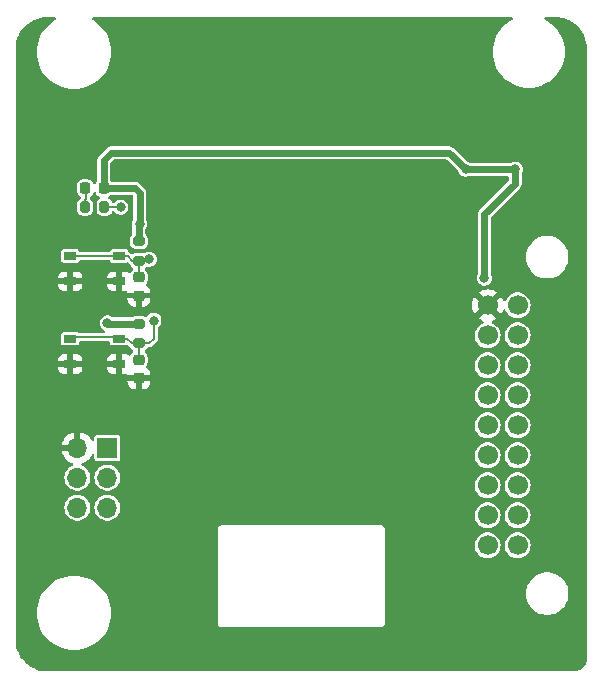
<source format=gbl>
G04 #@! TF.GenerationSoftware,KiCad,Pcbnew,8.0.7*
G04 #@! TF.CreationDate,2025-02-13T09:18:49+05:30*
G04 #@! TF.ProjectId,pico_ov7670_adapter,7069636f-5f6f-4763-9736-37305f616461,Ver 1.0*
G04 #@! TF.SameCoordinates,Original*
G04 #@! TF.FileFunction,Copper,L2,Bot*
G04 #@! TF.FilePolarity,Positive*
%FSLAX46Y46*%
G04 Gerber Fmt 4.6, Leading zero omitted, Abs format (unit mm)*
G04 Created by KiCad (PCBNEW 8.0.7) date 2025-02-13 09:18:49*
%MOMM*%
%LPD*%
G01*
G04 APERTURE LIST*
G04 Aperture macros list*
%AMRoundRect*
0 Rectangle with rounded corners*
0 $1 Rounding radius*
0 $2 $3 $4 $5 $6 $7 $8 $9 X,Y pos of 4 corners*
0 Add a 4 corners polygon primitive as box body*
4,1,4,$2,$3,$4,$5,$6,$7,$8,$9,$2,$3,0*
0 Add four circle primitives for the rounded corners*
1,1,$1+$1,$2,$3*
1,1,$1+$1,$4,$5*
1,1,$1+$1,$6,$7*
1,1,$1+$1,$8,$9*
0 Add four rect primitives between the rounded corners*
20,1,$1+$1,$2,$3,$4,$5,0*
20,1,$1+$1,$4,$5,$6,$7,0*
20,1,$1+$1,$6,$7,$8,$9,0*
20,1,$1+$1,$8,$9,$2,$3,0*%
G04 Aperture macros list end*
G04 #@! TA.AperFunction,ComponentPad*
%ADD10R,1.700000X1.700000*%
G04 #@! TD*
G04 #@! TA.AperFunction,ComponentPad*
%ADD11O,1.700000X1.700000*%
G04 #@! TD*
G04 #@! TA.AperFunction,SMDPad,CuDef*
%ADD12RoundRect,0.200000X-0.275000X0.200000X-0.275000X-0.200000X0.275000X-0.200000X0.275000X0.200000X0*%
G04 #@! TD*
G04 #@! TA.AperFunction,SMDPad,CuDef*
%ADD13RoundRect,0.218750X-0.218750X-0.256250X0.218750X-0.256250X0.218750X0.256250X-0.218750X0.256250X0*%
G04 #@! TD*
G04 #@! TA.AperFunction,SMDPad,CuDef*
%ADD14R,1.050000X0.650000*%
G04 #@! TD*
G04 #@! TA.AperFunction,ComponentPad*
%ADD15C,1.700000*%
G04 #@! TD*
G04 #@! TA.AperFunction,SMDPad,CuDef*
%ADD16RoundRect,0.200000X-0.200000X-0.275000X0.200000X-0.275000X0.200000X0.275000X-0.200000X0.275000X0*%
G04 #@! TD*
G04 #@! TA.AperFunction,SMDPad,CuDef*
%ADD17RoundRect,0.225000X-0.250000X0.225000X-0.250000X-0.225000X0.250000X-0.225000X0.250000X0.225000X0*%
G04 #@! TD*
G04 #@! TA.AperFunction,ViaPad*
%ADD18C,0.800000*%
G04 #@! TD*
G04 #@! TA.AperFunction,Conductor*
%ADD19C,0.200000*%
G04 #@! TD*
G04 #@! TA.AperFunction,Conductor*
%ADD20C,0.600000*%
G04 #@! TD*
G04 APERTURE END LIST*
D10*
X96075000Y-102760000D03*
D11*
X93535000Y-102760000D03*
X96075000Y-105300000D03*
X93535000Y-105300000D03*
X96075000Y-107840000D03*
X93535000Y-107840000D03*
D12*
X98750000Y-85275000D03*
X98750000Y-86925000D03*
D13*
X94212500Y-80777060D03*
X95787500Y-80777060D03*
D14*
X97075000Y-93525000D03*
X92925000Y-93525000D03*
X97075000Y-95675000D03*
X92925000Y-95675000D03*
D15*
X130810000Y-111030000D03*
X130810000Y-108490000D03*
X130810000Y-105950000D03*
X130810000Y-103410000D03*
X130810000Y-100870000D03*
X130810000Y-98330000D03*
X130810000Y-95790000D03*
X130810000Y-93250000D03*
X130810000Y-90710000D03*
X128270000Y-90710000D03*
X128270000Y-93250000D03*
X128270000Y-95790000D03*
X128270000Y-98330000D03*
X128270000Y-100870000D03*
X128270000Y-103410000D03*
X128270000Y-105950000D03*
X128270000Y-108490000D03*
X128270000Y-111030000D03*
D12*
X98750000Y-92275000D03*
X98750000Y-93925000D03*
D14*
X97075000Y-86525000D03*
X92925000Y-86525000D03*
X97075000Y-88675000D03*
X92925000Y-88675000D03*
D16*
X94175000Y-82377060D03*
X95825000Y-82377060D03*
D17*
X98750000Y-88325000D03*
X98750000Y-89875000D03*
X98750000Y-95325000D03*
X98750000Y-96875000D03*
D18*
X100000000Y-92000000D03*
X130600000Y-79200000D03*
X96075000Y-92200000D03*
X98800000Y-83800000D03*
X128000000Y-88400000D03*
X126400000Y-79175000D03*
X134000000Y-91000000D03*
X111000000Y-92000000D03*
X98500000Y-70500000D03*
X108000000Y-75500000D03*
X99000000Y-110500000D03*
X106400000Y-85500000D03*
X98500000Y-98500000D03*
X133000000Y-107500000D03*
X126000000Y-67500000D03*
X125500000Y-116500000D03*
X126000000Y-70500000D03*
X134000000Y-89000000D03*
X91500000Y-98500000D03*
X108500000Y-96000000D03*
X125500000Y-113500000D03*
X132000000Y-76500000D03*
X91500000Y-84500000D03*
X133000000Y-112500000D03*
X94500000Y-75500000D03*
X105500000Y-73000000D03*
X96500000Y-74500000D03*
X99000000Y-112500000D03*
X93200000Y-100200000D03*
X107600000Y-99400000D03*
X118600000Y-85600000D03*
X114000000Y-92000000D03*
X91500000Y-91000000D03*
X93000000Y-111500000D03*
X112000000Y-85500000D03*
X106000000Y-98400000D03*
X110000000Y-97500000D03*
X133000000Y-102500000D03*
X133000000Y-97500000D03*
X94000000Y-91000000D03*
X107500000Y-92000000D03*
X104500000Y-79500000D03*
X133500000Y-82500000D03*
X125400000Y-111200000D03*
X96500000Y-72000000D03*
X132000000Y-74500000D03*
X133000000Y-105000000D03*
X131000000Y-82500000D03*
X99000000Y-118000000D03*
X133000000Y-110000000D03*
X106000000Y-94500000D03*
X105500000Y-74500000D03*
X133000000Y-95000000D03*
X94500000Y-73500000D03*
X98500000Y-68000000D03*
X114000000Y-96000000D03*
X109200000Y-85500000D03*
X94500000Y-77500000D03*
X105000000Y-82000000D03*
X133500000Y-80000000D03*
X97500000Y-116500000D03*
X129400000Y-92000000D03*
X111000000Y-96000000D03*
X134000000Y-93000000D03*
X94500000Y-98500000D03*
X133000000Y-100000000D03*
X128000000Y-116500000D03*
X94000000Y-84500000D03*
X125000000Y-81000000D03*
X100000000Y-73000000D03*
X127000000Y-118000000D03*
X127500000Y-69000000D03*
X99600000Y-86800000D03*
X97200000Y-82400000D03*
D19*
X100000000Y-93550000D02*
X100000000Y-92000000D01*
X92925000Y-93375000D02*
X97075000Y-93375000D01*
X99625000Y-93925000D02*
X100000000Y-93550000D01*
X98750000Y-95325000D02*
X98750000Y-93925000D01*
X98750000Y-93925000D02*
X98175000Y-93925000D01*
X98750000Y-93925000D02*
X99625000Y-93925000D01*
X97775000Y-93525000D02*
X97075000Y-93525000D01*
X98175000Y-93925000D02*
X97775000Y-93525000D01*
D20*
X98750000Y-92275000D02*
X96150000Y-92275000D01*
X128000000Y-83000000D02*
X130600000Y-80400000D01*
X98377060Y-80777060D02*
X95787500Y-80777060D01*
X96150000Y-92275000D02*
X96075000Y-92200000D01*
X98750000Y-83850000D02*
X98800000Y-83800000D01*
X98800000Y-81200000D02*
X98377060Y-80777060D01*
X98750000Y-85275000D02*
X98750000Y-83850000D01*
X125025000Y-77800000D02*
X126400000Y-79175000D01*
X95787500Y-80777060D02*
X95787500Y-78412500D01*
X126425000Y-79200000D02*
X126400000Y-79175000D01*
X98800000Y-83800000D02*
X98800000Y-81200000D01*
X130600000Y-80400000D02*
X130600000Y-79200000D01*
X96400000Y-77800000D02*
X125025000Y-77800000D01*
X95787500Y-78412500D02*
X96400000Y-77800000D01*
X128000000Y-88400000D02*
X128000000Y-83000000D01*
X130600000Y-79200000D02*
X126425000Y-79200000D01*
D19*
X98750000Y-86925000D02*
X98200000Y-86925000D01*
X98750000Y-88325000D02*
X98750000Y-86925000D01*
X97800000Y-86525000D02*
X97075000Y-86525000D01*
X99475000Y-86925000D02*
X99600000Y-86800000D01*
X98750000Y-86925000D02*
X99475000Y-86925000D01*
X98200000Y-86925000D02*
X97800000Y-86525000D01*
X92925000Y-86525000D02*
X97075000Y-86525000D01*
X97177060Y-82377060D02*
X97200000Y-82400000D01*
X95825000Y-82377060D02*
X97177060Y-82377060D01*
X94175000Y-82377060D02*
X94175000Y-81825000D01*
X94287500Y-81712500D02*
X94287500Y-80777060D01*
X94175000Y-81825000D02*
X94287500Y-81712500D01*
G04 #@! TA.AperFunction,Conductor*
G36*
X91670428Y-66320185D02*
G01*
X91716183Y-66372989D01*
X91726127Y-66442147D01*
X91697102Y-66505703D01*
X91663370Y-66533028D01*
X91573887Y-66582483D01*
X91285753Y-66786924D01*
X91022334Y-67022331D01*
X91022331Y-67022334D01*
X90786924Y-67285753D01*
X90582483Y-67573887D01*
X90411589Y-67883095D01*
X90276393Y-68209488D01*
X90178591Y-68548965D01*
X90178589Y-68548974D01*
X90119413Y-68897259D01*
X90119411Y-68897271D01*
X90099603Y-69250000D01*
X90119411Y-69602728D01*
X90119413Y-69602740D01*
X90178589Y-69951025D01*
X90178591Y-69951034D01*
X90276393Y-70290511D01*
X90411589Y-70616904D01*
X90582483Y-70926112D01*
X90786924Y-71214246D01*
X91022331Y-71477665D01*
X91022334Y-71477668D01*
X91285753Y-71713075D01*
X91285759Y-71713079D01*
X91285760Y-71713080D01*
X91573888Y-71917517D01*
X91883094Y-72088410D01*
X92209490Y-72223607D01*
X92548971Y-72321410D01*
X92897267Y-72380588D01*
X93250000Y-72400397D01*
X93602733Y-72380588D01*
X93951029Y-72321410D01*
X94290510Y-72223607D01*
X94616906Y-72088410D01*
X94926112Y-71917517D01*
X95214240Y-71713080D01*
X95477667Y-71477667D01*
X95713080Y-71214240D01*
X95917517Y-70926112D01*
X96088410Y-70616906D01*
X96223607Y-70290510D01*
X96321410Y-69951029D01*
X96380588Y-69602733D01*
X96400397Y-69250000D01*
X96380588Y-68897267D01*
X96321410Y-68548971D01*
X96223607Y-68209490D01*
X96088410Y-67883094D01*
X95917517Y-67573888D01*
X95713080Y-67285760D01*
X95713079Y-67285759D01*
X95713075Y-67285753D01*
X95477668Y-67022334D01*
X95477665Y-67022331D01*
X95214246Y-66786924D01*
X94926112Y-66582483D01*
X94905701Y-66571202D01*
X94836629Y-66533027D01*
X94787477Y-66483371D01*
X94772974Y-66415023D01*
X94797724Y-66349684D01*
X94853871Y-66308099D01*
X94896611Y-66300500D01*
X130303005Y-66300500D01*
X130370044Y-66320185D01*
X130415799Y-66372989D01*
X130425743Y-66442147D01*
X130396718Y-66505703D01*
X130362986Y-66533028D01*
X130125336Y-66664372D01*
X130125331Y-66664375D01*
X129846061Y-66862529D01*
X129846053Y-66862535D01*
X129590719Y-67090716D01*
X129590716Y-67090719D01*
X129362535Y-67346053D01*
X129362529Y-67346061D01*
X129164375Y-67625331D01*
X129164372Y-67625336D01*
X128998722Y-67925057D01*
X128998720Y-67925061D01*
X128867676Y-68241433D01*
X128772877Y-68570486D01*
X128772875Y-68570494D01*
X128715516Y-68908088D01*
X128715514Y-68908100D01*
X128696314Y-69250000D01*
X128715514Y-69591899D01*
X128715516Y-69591911D01*
X128772875Y-69929505D01*
X128772877Y-69929513D01*
X128867676Y-70258566D01*
X128998720Y-70574938D01*
X128998722Y-70574942D01*
X129164372Y-70874663D01*
X129164375Y-70874668D01*
X129362529Y-71153938D01*
X129362535Y-71153946D01*
X129590716Y-71409280D01*
X129590719Y-71409283D01*
X129846053Y-71637464D01*
X129846061Y-71637470D01*
X130125331Y-71835624D01*
X130125336Y-71835627D01*
X130125339Y-71835628D01*
X130125341Y-71835630D01*
X130425055Y-72001276D01*
X130425057Y-72001277D01*
X130425061Y-72001279D01*
X130546301Y-72051497D01*
X130741431Y-72132323D01*
X131070491Y-72227124D01*
X131408096Y-72284485D01*
X131750000Y-72303686D01*
X132091904Y-72284485D01*
X132429509Y-72227124D01*
X132758569Y-72132323D01*
X133074945Y-72001276D01*
X133374659Y-71835630D01*
X133374664Y-71835626D01*
X133374668Y-71835624D01*
X133462703Y-71773159D01*
X133653942Y-71637468D01*
X133909282Y-71409282D01*
X134137468Y-71153942D01*
X134335630Y-70874659D01*
X134501276Y-70574945D01*
X134632323Y-70258569D01*
X134727124Y-69929509D01*
X134784485Y-69591904D01*
X134803686Y-69250000D01*
X134784485Y-68908096D01*
X134727124Y-68570491D01*
X134632323Y-68241431D01*
X134551497Y-68046301D01*
X134501279Y-67925061D01*
X134501277Y-67925057D01*
X134501276Y-67925055D01*
X134335630Y-67625341D01*
X134335628Y-67625339D01*
X134335627Y-67625336D01*
X134335624Y-67625331D01*
X134137470Y-67346061D01*
X134137464Y-67346053D01*
X133909283Y-67090719D01*
X133909280Y-67090716D01*
X133653946Y-66862535D01*
X133653938Y-66862529D01*
X133374668Y-66664375D01*
X133374663Y-66664372D01*
X133137014Y-66533028D01*
X133087861Y-66483371D01*
X133073358Y-66415023D01*
X133098108Y-66349684D01*
X133154255Y-66308099D01*
X133196995Y-66300500D01*
X133952405Y-66300500D01*
X133996519Y-66300500D01*
X134003472Y-66300695D01*
X134295306Y-66317084D01*
X134309103Y-66318638D01*
X134593827Y-66367015D01*
X134607382Y-66370108D01*
X134746141Y-66410084D01*
X134884899Y-66450060D01*
X134898025Y-66454653D01*
X135164841Y-66565172D01*
X135177355Y-66571198D01*
X135345946Y-66664375D01*
X135430125Y-66710899D01*
X135441899Y-66718297D01*
X135677430Y-66885415D01*
X135688302Y-66894085D01*
X135903642Y-67086524D01*
X135913475Y-67096357D01*
X136105914Y-67311697D01*
X136114584Y-67322569D01*
X136281702Y-67558100D01*
X136289100Y-67569874D01*
X136428797Y-67822637D01*
X136434830Y-67835165D01*
X136545346Y-68101975D01*
X136549939Y-68115100D01*
X136629890Y-68392615D01*
X136632984Y-68406172D01*
X136681359Y-68690885D01*
X136682916Y-68704703D01*
X136699305Y-68996527D01*
X136699500Y-69003480D01*
X136699500Y-120495124D01*
X136699118Y-120504853D01*
X136685497Y-120677915D01*
X136682453Y-120697133D01*
X136643070Y-120861176D01*
X136637057Y-120879682D01*
X136572495Y-121035547D01*
X136563661Y-121052884D01*
X136475515Y-121196725D01*
X136464079Y-121212466D01*
X136354513Y-121340753D01*
X136340753Y-121354513D01*
X136212466Y-121464079D01*
X136196725Y-121475515D01*
X136052884Y-121563661D01*
X136035547Y-121572495D01*
X135879682Y-121637057D01*
X135861176Y-121643070D01*
X135697133Y-121682453D01*
X135677915Y-121685497D01*
X135504854Y-121699118D01*
X135495125Y-121699500D01*
X91003481Y-121699500D01*
X90996528Y-121699305D01*
X90704703Y-121682916D01*
X90690885Y-121681359D01*
X90406172Y-121632984D01*
X90392615Y-121629890D01*
X90115100Y-121549939D01*
X90101975Y-121545346D01*
X89835165Y-121434830D01*
X89822637Y-121428797D01*
X89569874Y-121289100D01*
X89558100Y-121281702D01*
X89322569Y-121114584D01*
X89311697Y-121105914D01*
X89096357Y-120913475D01*
X89086524Y-120903642D01*
X88894085Y-120688302D01*
X88885415Y-120677430D01*
X88718297Y-120441899D01*
X88710899Y-120430125D01*
X88571202Y-120177362D01*
X88565172Y-120164841D01*
X88455636Y-119900397D01*
X88454653Y-119898024D01*
X88450060Y-119884899D01*
X88370109Y-119607384D01*
X88367015Y-119593827D01*
X88337059Y-119417517D01*
X88318638Y-119309103D01*
X88317084Y-119295306D01*
X88300695Y-119003472D01*
X88300500Y-118996519D01*
X88300500Y-116750000D01*
X90099603Y-116750000D01*
X90119411Y-117102728D01*
X90119413Y-117102740D01*
X90178589Y-117451025D01*
X90178591Y-117451034D01*
X90276393Y-117790511D01*
X90411589Y-118116904D01*
X90582483Y-118426112D01*
X90786924Y-118714246D01*
X91022331Y-118977665D01*
X91022334Y-118977668D01*
X91285753Y-119213075D01*
X91285759Y-119213079D01*
X91285760Y-119213080D01*
X91573888Y-119417517D01*
X91883094Y-119588410D01*
X92209490Y-119723607D01*
X92548971Y-119821410D01*
X92897267Y-119880588D01*
X93250000Y-119900397D01*
X93602733Y-119880588D01*
X93951029Y-119821410D01*
X94290510Y-119723607D01*
X94616906Y-119588410D01*
X94926112Y-119417517D01*
X95214240Y-119213080D01*
X95477667Y-118977667D01*
X95713080Y-118714240D01*
X95917517Y-118426112D01*
X96088410Y-118116906D01*
X96223607Y-117790510D01*
X96321410Y-117451029D01*
X96380588Y-117102733D01*
X96400397Y-116750000D01*
X96380588Y-116397267D01*
X96321410Y-116048971D01*
X96223607Y-115709490D01*
X96088410Y-115383094D01*
X95917517Y-115073888D01*
X95713080Y-114785760D01*
X95713079Y-114785759D01*
X95713075Y-114785753D01*
X95477668Y-114522334D01*
X95477665Y-114522331D01*
X95214246Y-114286924D01*
X94926112Y-114082483D01*
X94616904Y-113911589D01*
X94290511Y-113776393D01*
X93951034Y-113678591D01*
X93951025Y-113678589D01*
X93602740Y-113619413D01*
X93602728Y-113619411D01*
X93250000Y-113599603D01*
X92897271Y-113619411D01*
X92897259Y-113619413D01*
X92548974Y-113678589D01*
X92548965Y-113678591D01*
X92209488Y-113776393D01*
X91883095Y-113911589D01*
X91573887Y-114082483D01*
X91285753Y-114286924D01*
X91022334Y-114522331D01*
X91022331Y-114522334D01*
X90786924Y-114785753D01*
X90582483Y-115073887D01*
X90411589Y-115383095D01*
X90276393Y-115709488D01*
X90178591Y-116048965D01*
X90178589Y-116048974D01*
X90119413Y-116397259D01*
X90119411Y-116397271D01*
X90099603Y-116750000D01*
X88300500Y-116750000D01*
X88300500Y-109590438D01*
X105449500Y-109590438D01*
X105449500Y-117590438D01*
X105449500Y-117669562D01*
X105463152Y-117720513D01*
X105469979Y-117745990D01*
X105469982Y-117745995D01*
X105509535Y-117814504D01*
X105509539Y-117814509D01*
X105509540Y-117814511D01*
X105565489Y-117870460D01*
X105565491Y-117870461D01*
X105565495Y-117870464D01*
X105634004Y-117910017D01*
X105634011Y-117910021D01*
X105710438Y-117930500D01*
X105710440Y-117930500D01*
X119289560Y-117930500D01*
X119289562Y-117930500D01*
X119365989Y-117910021D01*
X119434511Y-117870460D01*
X119490460Y-117814511D01*
X119530021Y-117745989D01*
X119550500Y-117669562D01*
X119550500Y-115119995D01*
X131504451Y-115119995D01*
X131504451Y-115120004D01*
X131524616Y-115389101D01*
X131584664Y-115652188D01*
X131584666Y-115652195D01*
X131683257Y-115903398D01*
X131818185Y-116137102D01*
X131863359Y-116193748D01*
X131986442Y-116348089D01*
X132173183Y-116521358D01*
X132184259Y-116531635D01*
X132407226Y-116683651D01*
X132650359Y-116800738D01*
X132908228Y-116880280D01*
X132908229Y-116880280D01*
X132908232Y-116880281D01*
X133175063Y-116920499D01*
X133175068Y-116920499D01*
X133175071Y-116920500D01*
X133175072Y-116920500D01*
X133444928Y-116920500D01*
X133444929Y-116920500D01*
X133444936Y-116920499D01*
X133711767Y-116880281D01*
X133711768Y-116880280D01*
X133711772Y-116880280D01*
X133969641Y-116800738D01*
X134212775Y-116683651D01*
X134435741Y-116531635D01*
X134633561Y-116348085D01*
X134801815Y-116137102D01*
X134936743Y-115903398D01*
X135035334Y-115652195D01*
X135095383Y-115389103D01*
X135115549Y-115120000D01*
X135112093Y-115073888D01*
X135095383Y-114850898D01*
X135035335Y-114587811D01*
X135035334Y-114587805D01*
X134936743Y-114336602D01*
X134801815Y-114102898D01*
X134633561Y-113891915D01*
X134633560Y-113891914D01*
X134633557Y-113891910D01*
X134435741Y-113708365D01*
X134212775Y-113556349D01*
X134212769Y-113556346D01*
X134212768Y-113556345D01*
X134212767Y-113556344D01*
X133969643Y-113439263D01*
X133969645Y-113439263D01*
X133711773Y-113359720D01*
X133711767Y-113359718D01*
X133444936Y-113319500D01*
X133444929Y-113319500D01*
X133175071Y-113319500D01*
X133175063Y-113319500D01*
X132908232Y-113359718D01*
X132908226Y-113359720D01*
X132650358Y-113439262D01*
X132407230Y-113556346D01*
X132184258Y-113708365D01*
X131986442Y-113891910D01*
X131818185Y-114102898D01*
X131683258Y-114336599D01*
X131683256Y-114336603D01*
X131584666Y-114587804D01*
X131584664Y-114587811D01*
X131524616Y-114850898D01*
X131504451Y-115119995D01*
X119550500Y-115119995D01*
X119550500Y-111029999D01*
X127164785Y-111029999D01*
X127164785Y-111030000D01*
X127183602Y-111233082D01*
X127239417Y-111429247D01*
X127239422Y-111429260D01*
X127330327Y-111611821D01*
X127453237Y-111774581D01*
X127603958Y-111911980D01*
X127603960Y-111911982D01*
X127703141Y-111973392D01*
X127777363Y-112019348D01*
X127967544Y-112093024D01*
X128168024Y-112130500D01*
X128168026Y-112130500D01*
X128371974Y-112130500D01*
X128371976Y-112130500D01*
X128572456Y-112093024D01*
X128762637Y-112019348D01*
X128936041Y-111911981D01*
X129086764Y-111774579D01*
X129209673Y-111611821D01*
X129300582Y-111429250D01*
X129356397Y-111233083D01*
X129375215Y-111030000D01*
X129375215Y-111029999D01*
X129704785Y-111029999D01*
X129704785Y-111030000D01*
X129723602Y-111233082D01*
X129779417Y-111429247D01*
X129779422Y-111429260D01*
X129870327Y-111611821D01*
X129993237Y-111774581D01*
X130143958Y-111911980D01*
X130143960Y-111911982D01*
X130243141Y-111973392D01*
X130317363Y-112019348D01*
X130507544Y-112093024D01*
X130708024Y-112130500D01*
X130708026Y-112130500D01*
X130911974Y-112130500D01*
X130911976Y-112130500D01*
X131112456Y-112093024D01*
X131302637Y-112019348D01*
X131476041Y-111911981D01*
X131626764Y-111774579D01*
X131749673Y-111611821D01*
X131840582Y-111429250D01*
X131896397Y-111233083D01*
X131915215Y-111030000D01*
X131896397Y-110826917D01*
X131840582Y-110630750D01*
X131749673Y-110448179D01*
X131626764Y-110285421D01*
X131626762Y-110285418D01*
X131476041Y-110148019D01*
X131476039Y-110148017D01*
X131302642Y-110040655D01*
X131302635Y-110040651D01*
X131207546Y-110003814D01*
X131112456Y-109966976D01*
X130911976Y-109929500D01*
X130708024Y-109929500D01*
X130507544Y-109966976D01*
X130507541Y-109966976D01*
X130507541Y-109966977D01*
X130317364Y-110040651D01*
X130317357Y-110040655D01*
X130143960Y-110148017D01*
X130143958Y-110148019D01*
X129993237Y-110285418D01*
X129870327Y-110448178D01*
X129779422Y-110630739D01*
X129779417Y-110630752D01*
X129723602Y-110826917D01*
X129704785Y-111029999D01*
X129375215Y-111029999D01*
X129356397Y-110826917D01*
X129300582Y-110630750D01*
X129209673Y-110448179D01*
X129086764Y-110285421D01*
X129086762Y-110285418D01*
X128936041Y-110148019D01*
X128936039Y-110148017D01*
X128762642Y-110040655D01*
X128762635Y-110040651D01*
X128667546Y-110003814D01*
X128572456Y-109966976D01*
X128371976Y-109929500D01*
X128168024Y-109929500D01*
X127967544Y-109966976D01*
X127967541Y-109966976D01*
X127967541Y-109966977D01*
X127777364Y-110040651D01*
X127777357Y-110040655D01*
X127603960Y-110148017D01*
X127603958Y-110148019D01*
X127453237Y-110285418D01*
X127330327Y-110448178D01*
X127239422Y-110630739D01*
X127239417Y-110630752D01*
X127183602Y-110826917D01*
X127164785Y-111029999D01*
X119550500Y-111029999D01*
X119550500Y-109590438D01*
X119530021Y-109514011D01*
X119530017Y-109514004D01*
X119490464Y-109445495D01*
X119490458Y-109445487D01*
X119434512Y-109389541D01*
X119434504Y-109389535D01*
X119365995Y-109349982D01*
X119365990Y-109349979D01*
X119340513Y-109343152D01*
X119289562Y-109329500D01*
X105789562Y-109329500D01*
X105710438Y-109329500D01*
X105672224Y-109339739D01*
X105634009Y-109349979D01*
X105634004Y-109349982D01*
X105565495Y-109389535D01*
X105565487Y-109389541D01*
X105509541Y-109445487D01*
X105509535Y-109445495D01*
X105469982Y-109514004D01*
X105469979Y-109514009D01*
X105459526Y-109553022D01*
X105449500Y-109590438D01*
X88300500Y-109590438D01*
X88300500Y-107839999D01*
X92429785Y-107839999D01*
X92429785Y-107840000D01*
X92448602Y-108043082D01*
X92504417Y-108239247D01*
X92504422Y-108239260D01*
X92595327Y-108421821D01*
X92718237Y-108584581D01*
X92868958Y-108721980D01*
X92868960Y-108721982D01*
X92968141Y-108783392D01*
X93042363Y-108829348D01*
X93232544Y-108903024D01*
X93433024Y-108940500D01*
X93433026Y-108940500D01*
X93636974Y-108940500D01*
X93636976Y-108940500D01*
X93837456Y-108903024D01*
X94027637Y-108829348D01*
X94201041Y-108721981D01*
X94351764Y-108584579D01*
X94474673Y-108421821D01*
X94565582Y-108239250D01*
X94621397Y-108043083D01*
X94640215Y-107840000D01*
X94640215Y-107839999D01*
X94969785Y-107839999D01*
X94969785Y-107840000D01*
X94988602Y-108043082D01*
X95044417Y-108239247D01*
X95044422Y-108239260D01*
X95135327Y-108421821D01*
X95258237Y-108584581D01*
X95408958Y-108721980D01*
X95408960Y-108721982D01*
X95508141Y-108783392D01*
X95582363Y-108829348D01*
X95772544Y-108903024D01*
X95973024Y-108940500D01*
X95973026Y-108940500D01*
X96176974Y-108940500D01*
X96176976Y-108940500D01*
X96377456Y-108903024D01*
X96567637Y-108829348D01*
X96741041Y-108721981D01*
X96891764Y-108584579D01*
X96963187Y-108489999D01*
X127164785Y-108489999D01*
X127164785Y-108490000D01*
X127183602Y-108693082D01*
X127239417Y-108889247D01*
X127239422Y-108889260D01*
X127330327Y-109071821D01*
X127453237Y-109234581D01*
X127603958Y-109371980D01*
X127603960Y-109371982D01*
X127632319Y-109389541D01*
X127777363Y-109479348D01*
X127967544Y-109553024D01*
X128168024Y-109590500D01*
X128168026Y-109590500D01*
X128371974Y-109590500D01*
X128371976Y-109590500D01*
X128572456Y-109553024D01*
X128762637Y-109479348D01*
X128936041Y-109371981D01*
X129086764Y-109234579D01*
X129209673Y-109071821D01*
X129300582Y-108889250D01*
X129356397Y-108693083D01*
X129375215Y-108490000D01*
X129375215Y-108489999D01*
X129704785Y-108489999D01*
X129704785Y-108490000D01*
X129723602Y-108693082D01*
X129779417Y-108889247D01*
X129779422Y-108889260D01*
X129870327Y-109071821D01*
X129993237Y-109234581D01*
X130143958Y-109371980D01*
X130143960Y-109371982D01*
X130172319Y-109389541D01*
X130317363Y-109479348D01*
X130507544Y-109553024D01*
X130708024Y-109590500D01*
X130708026Y-109590500D01*
X130911974Y-109590500D01*
X130911976Y-109590500D01*
X131112456Y-109553024D01*
X131302637Y-109479348D01*
X131476041Y-109371981D01*
X131626764Y-109234579D01*
X131749673Y-109071821D01*
X131840582Y-108889250D01*
X131896397Y-108693083D01*
X131915215Y-108490000D01*
X131896397Y-108286917D01*
X131840582Y-108090750D01*
X131816846Y-108043082D01*
X131796272Y-108001764D01*
X131749673Y-107908179D01*
X131626764Y-107745421D01*
X131626762Y-107745418D01*
X131476041Y-107608019D01*
X131476039Y-107608017D01*
X131302642Y-107500655D01*
X131302635Y-107500651D01*
X131148011Y-107440750D01*
X131112456Y-107426976D01*
X130911976Y-107389500D01*
X130708024Y-107389500D01*
X130507544Y-107426976D01*
X130507541Y-107426976D01*
X130507541Y-107426977D01*
X130317364Y-107500651D01*
X130317357Y-107500655D01*
X130143960Y-107608017D01*
X130143958Y-107608019D01*
X129993237Y-107745418D01*
X129870327Y-107908178D01*
X129779422Y-108090739D01*
X129779417Y-108090752D01*
X129723602Y-108286917D01*
X129704785Y-108489999D01*
X129375215Y-108489999D01*
X129356397Y-108286917D01*
X129300582Y-108090750D01*
X129276846Y-108043082D01*
X129256272Y-108001764D01*
X129209673Y-107908179D01*
X129086764Y-107745421D01*
X129086762Y-107745418D01*
X128936041Y-107608019D01*
X128936039Y-107608017D01*
X128762642Y-107500655D01*
X128762635Y-107500651D01*
X128608011Y-107440750D01*
X128572456Y-107426976D01*
X128371976Y-107389500D01*
X128168024Y-107389500D01*
X127967544Y-107426976D01*
X127967541Y-107426976D01*
X127967541Y-107426977D01*
X127777364Y-107500651D01*
X127777357Y-107500655D01*
X127603960Y-107608017D01*
X127603958Y-107608019D01*
X127453237Y-107745418D01*
X127330327Y-107908178D01*
X127239422Y-108090739D01*
X127239417Y-108090752D01*
X127183602Y-108286917D01*
X127164785Y-108489999D01*
X96963187Y-108489999D01*
X97014673Y-108421821D01*
X97105582Y-108239250D01*
X97161397Y-108043083D01*
X97180215Y-107840000D01*
X97161397Y-107636917D01*
X97105582Y-107440750D01*
X97098723Y-107426976D01*
X97061272Y-107351764D01*
X97014673Y-107258179D01*
X96891764Y-107095421D01*
X96891762Y-107095418D01*
X96741041Y-106958019D01*
X96741039Y-106958017D01*
X96567642Y-106850655D01*
X96567635Y-106850651D01*
X96472546Y-106813814D01*
X96377456Y-106776976D01*
X96176976Y-106739500D01*
X95973024Y-106739500D01*
X95772544Y-106776976D01*
X95772541Y-106776976D01*
X95772541Y-106776977D01*
X95582364Y-106850651D01*
X95582357Y-106850655D01*
X95408960Y-106958017D01*
X95408958Y-106958019D01*
X95258237Y-107095418D01*
X95135327Y-107258178D01*
X95044422Y-107440739D01*
X95044417Y-107440752D01*
X94988602Y-107636917D01*
X94969785Y-107839999D01*
X94640215Y-107839999D01*
X94621397Y-107636917D01*
X94565582Y-107440750D01*
X94558723Y-107426976D01*
X94521272Y-107351764D01*
X94474673Y-107258179D01*
X94351764Y-107095421D01*
X94351762Y-107095418D01*
X94201041Y-106958019D01*
X94201039Y-106958017D01*
X94027642Y-106850655D01*
X94027635Y-106850651D01*
X93932546Y-106813814D01*
X93837456Y-106776976D01*
X93636976Y-106739500D01*
X93433024Y-106739500D01*
X93232544Y-106776976D01*
X93232541Y-106776976D01*
X93232541Y-106776977D01*
X93042364Y-106850651D01*
X93042357Y-106850655D01*
X92868960Y-106958017D01*
X92868958Y-106958019D01*
X92718237Y-107095418D01*
X92595327Y-107258178D01*
X92504422Y-107440739D01*
X92504417Y-107440752D01*
X92448602Y-107636917D01*
X92429785Y-107839999D01*
X88300500Y-107839999D01*
X88300500Y-102509999D01*
X92204364Y-102509999D01*
X92204364Y-102510000D01*
X93101988Y-102510000D01*
X93069075Y-102567007D01*
X93035000Y-102694174D01*
X93035000Y-102825826D01*
X93069075Y-102952993D01*
X93101988Y-103010000D01*
X92204364Y-103010000D01*
X92261567Y-103223486D01*
X92261570Y-103223492D01*
X92361399Y-103437578D01*
X92496894Y-103631082D01*
X92663917Y-103798105D01*
X92857421Y-103933600D01*
X93071507Y-104033429D01*
X93071516Y-104033433D01*
X93110583Y-104043901D01*
X93170244Y-104080266D01*
X93200773Y-104143113D01*
X93192479Y-104212488D01*
X93147993Y-104266366D01*
X93123284Y-104279302D01*
X93042373Y-104310647D01*
X93042357Y-104310655D01*
X92868960Y-104418017D01*
X92868958Y-104418019D01*
X92718237Y-104555418D01*
X92595327Y-104718178D01*
X92504422Y-104900739D01*
X92504417Y-104900752D01*
X92448602Y-105096917D01*
X92429785Y-105299999D01*
X92429785Y-105300000D01*
X92448602Y-105503082D01*
X92504417Y-105699247D01*
X92504422Y-105699260D01*
X92595327Y-105881821D01*
X92718237Y-106044581D01*
X92868958Y-106181980D01*
X92868960Y-106181982D01*
X92968141Y-106243392D01*
X93042363Y-106289348D01*
X93232544Y-106363024D01*
X93433024Y-106400500D01*
X93433026Y-106400500D01*
X93636974Y-106400500D01*
X93636976Y-106400500D01*
X93837456Y-106363024D01*
X94027637Y-106289348D01*
X94201041Y-106181981D01*
X94351764Y-106044579D01*
X94474673Y-105881821D01*
X94565582Y-105699250D01*
X94621397Y-105503083D01*
X94640215Y-105300000D01*
X94640215Y-105299999D01*
X94969785Y-105299999D01*
X94969785Y-105300000D01*
X94988602Y-105503082D01*
X95044417Y-105699247D01*
X95044422Y-105699260D01*
X95135327Y-105881821D01*
X95258237Y-106044581D01*
X95408958Y-106181980D01*
X95408960Y-106181982D01*
X95508141Y-106243392D01*
X95582363Y-106289348D01*
X95772544Y-106363024D01*
X95973024Y-106400500D01*
X95973026Y-106400500D01*
X96176974Y-106400500D01*
X96176976Y-106400500D01*
X96377456Y-106363024D01*
X96567637Y-106289348D01*
X96741041Y-106181981D01*
X96891764Y-106044579D01*
X96963187Y-105949999D01*
X127164785Y-105949999D01*
X127164785Y-105950000D01*
X127183602Y-106153082D01*
X127239417Y-106349247D01*
X127239422Y-106349260D01*
X127330327Y-106531821D01*
X127453237Y-106694581D01*
X127603958Y-106831980D01*
X127603960Y-106831982D01*
X127703141Y-106893392D01*
X127777363Y-106939348D01*
X127967544Y-107013024D01*
X128168024Y-107050500D01*
X128168026Y-107050500D01*
X128371974Y-107050500D01*
X128371976Y-107050500D01*
X128572456Y-107013024D01*
X128762637Y-106939348D01*
X128936041Y-106831981D01*
X129086764Y-106694579D01*
X129209673Y-106531821D01*
X129300582Y-106349250D01*
X129356397Y-106153083D01*
X129375215Y-105950000D01*
X129375215Y-105949999D01*
X129704785Y-105949999D01*
X129704785Y-105950000D01*
X129723602Y-106153082D01*
X129779417Y-106349247D01*
X129779422Y-106349260D01*
X129870327Y-106531821D01*
X129993237Y-106694581D01*
X130143958Y-106831980D01*
X130143960Y-106831982D01*
X130243141Y-106893392D01*
X130317363Y-106939348D01*
X130507544Y-107013024D01*
X130708024Y-107050500D01*
X130708026Y-107050500D01*
X130911974Y-107050500D01*
X130911976Y-107050500D01*
X131112456Y-107013024D01*
X131302637Y-106939348D01*
X131476041Y-106831981D01*
X131626764Y-106694579D01*
X131749673Y-106531821D01*
X131840582Y-106349250D01*
X131896397Y-106153083D01*
X131915215Y-105950000D01*
X131896397Y-105746917D01*
X131840582Y-105550750D01*
X131816846Y-105503082D01*
X131796272Y-105461764D01*
X131749673Y-105368179D01*
X131626764Y-105205421D01*
X131626762Y-105205418D01*
X131476041Y-105068019D01*
X131476039Y-105068017D01*
X131302642Y-104960655D01*
X131302635Y-104960651D01*
X131148011Y-104900750D01*
X131112456Y-104886976D01*
X130911976Y-104849500D01*
X130708024Y-104849500D01*
X130507544Y-104886976D01*
X130507541Y-104886976D01*
X130507541Y-104886977D01*
X130317364Y-104960651D01*
X130317357Y-104960655D01*
X130143960Y-105068017D01*
X130143958Y-105068019D01*
X129993237Y-105205418D01*
X129870327Y-105368178D01*
X129779422Y-105550739D01*
X129779417Y-105550752D01*
X129723602Y-105746917D01*
X129704785Y-105949999D01*
X129375215Y-105949999D01*
X129356397Y-105746917D01*
X129300582Y-105550750D01*
X129276846Y-105503082D01*
X129256272Y-105461764D01*
X129209673Y-105368179D01*
X129086764Y-105205421D01*
X129086762Y-105205418D01*
X128936041Y-105068019D01*
X128936039Y-105068017D01*
X128762642Y-104960655D01*
X128762635Y-104960651D01*
X128608011Y-104900750D01*
X128572456Y-104886976D01*
X128371976Y-104849500D01*
X128168024Y-104849500D01*
X127967544Y-104886976D01*
X127967541Y-104886976D01*
X127967541Y-104886977D01*
X127777364Y-104960651D01*
X127777357Y-104960655D01*
X127603960Y-105068017D01*
X127603958Y-105068019D01*
X127453237Y-105205418D01*
X127330327Y-105368178D01*
X127239422Y-105550739D01*
X127239417Y-105550752D01*
X127183602Y-105746917D01*
X127164785Y-105949999D01*
X96963187Y-105949999D01*
X97014673Y-105881821D01*
X97105582Y-105699250D01*
X97161397Y-105503083D01*
X97180215Y-105300000D01*
X97161397Y-105096917D01*
X97105582Y-104900750D01*
X97098723Y-104886976D01*
X97061272Y-104811764D01*
X97014673Y-104718179D01*
X96891764Y-104555421D01*
X96891762Y-104555418D01*
X96741041Y-104418019D01*
X96741039Y-104418017D01*
X96567642Y-104310655D01*
X96567635Y-104310651D01*
X96453321Y-104266366D01*
X96377456Y-104236976D01*
X96176976Y-104199500D01*
X95973024Y-104199500D01*
X95772544Y-104236976D01*
X95772541Y-104236976D01*
X95772541Y-104236977D01*
X95582364Y-104310651D01*
X95582357Y-104310655D01*
X95408960Y-104418017D01*
X95408958Y-104418019D01*
X95258237Y-104555418D01*
X95135327Y-104718178D01*
X95044422Y-104900739D01*
X95044417Y-104900752D01*
X94988602Y-105096917D01*
X94969785Y-105299999D01*
X94640215Y-105299999D01*
X94621397Y-105096917D01*
X94565582Y-104900750D01*
X94558723Y-104886976D01*
X94521272Y-104811764D01*
X94474673Y-104718179D01*
X94351764Y-104555421D01*
X94351762Y-104555418D01*
X94201041Y-104418019D01*
X94201039Y-104418017D01*
X94027642Y-104310655D01*
X94027635Y-104310651D01*
X93946715Y-104279303D01*
X93891313Y-104236730D01*
X93867723Y-104170963D01*
X93883434Y-104102883D01*
X93933458Y-104054104D01*
X93959417Y-104043901D01*
X93998481Y-104033434D01*
X93998492Y-104033429D01*
X94212578Y-103933600D01*
X94406082Y-103798105D01*
X94573105Y-103631082D01*
X94708600Y-103437577D01*
X94708601Y-103437575D01*
X94738118Y-103374277D01*
X94784290Y-103321837D01*
X94851483Y-103302685D01*
X94918364Y-103322900D01*
X94963699Y-103376065D01*
X94974500Y-103426681D01*
X94974500Y-103634678D01*
X94989032Y-103707735D01*
X94989033Y-103707739D01*
X94989034Y-103707740D01*
X95044399Y-103790601D01*
X95127260Y-103845966D01*
X95127264Y-103845967D01*
X95200321Y-103860499D01*
X95200324Y-103860500D01*
X95200326Y-103860500D01*
X96949676Y-103860500D01*
X96949677Y-103860499D01*
X97022740Y-103845966D01*
X97105601Y-103790601D01*
X97160966Y-103707740D01*
X97175500Y-103634674D01*
X97175500Y-103409999D01*
X127164785Y-103409999D01*
X127164785Y-103410000D01*
X127183602Y-103613082D01*
X127239417Y-103809247D01*
X127239422Y-103809260D01*
X127330327Y-103991821D01*
X127453237Y-104154581D01*
X127603958Y-104291980D01*
X127603960Y-104291982D01*
X127703141Y-104353392D01*
X127777363Y-104399348D01*
X127967544Y-104473024D01*
X128168024Y-104510500D01*
X128168026Y-104510500D01*
X128371974Y-104510500D01*
X128371976Y-104510500D01*
X128572456Y-104473024D01*
X128762637Y-104399348D01*
X128936041Y-104291981D01*
X129086764Y-104154579D01*
X129209673Y-103991821D01*
X129300582Y-103809250D01*
X129356397Y-103613083D01*
X129375215Y-103410000D01*
X129375215Y-103409999D01*
X129704785Y-103409999D01*
X129704785Y-103410000D01*
X129723602Y-103613082D01*
X129779417Y-103809247D01*
X129779422Y-103809260D01*
X129870327Y-103991821D01*
X129993237Y-104154581D01*
X130143958Y-104291980D01*
X130143960Y-104291982D01*
X130243141Y-104353392D01*
X130317363Y-104399348D01*
X130507544Y-104473024D01*
X130708024Y-104510500D01*
X130708026Y-104510500D01*
X130911974Y-104510500D01*
X130911976Y-104510500D01*
X131112456Y-104473024D01*
X131302637Y-104399348D01*
X131476041Y-104291981D01*
X131626764Y-104154579D01*
X131749673Y-103991821D01*
X131840582Y-103809250D01*
X131896397Y-103613083D01*
X131915215Y-103410000D01*
X131896397Y-103206917D01*
X131840582Y-103010750D01*
X131749673Y-102828179D01*
X131626764Y-102665421D01*
X131626762Y-102665418D01*
X131476041Y-102528019D01*
X131476039Y-102528017D01*
X131302642Y-102420655D01*
X131302635Y-102420651D01*
X131207546Y-102383814D01*
X131112456Y-102346976D01*
X130911976Y-102309500D01*
X130708024Y-102309500D01*
X130507544Y-102346976D01*
X130507541Y-102346976D01*
X130507541Y-102346977D01*
X130317364Y-102420651D01*
X130317357Y-102420655D01*
X130143960Y-102528017D01*
X130143958Y-102528019D01*
X129993237Y-102665418D01*
X129870327Y-102828178D01*
X129779422Y-103010739D01*
X129779417Y-103010752D01*
X129723602Y-103206917D01*
X129704785Y-103409999D01*
X129375215Y-103409999D01*
X129356397Y-103206917D01*
X129300582Y-103010750D01*
X129209673Y-102828179D01*
X129086764Y-102665421D01*
X129086762Y-102665418D01*
X128936041Y-102528019D01*
X128936039Y-102528017D01*
X128762642Y-102420655D01*
X128762635Y-102420651D01*
X128667546Y-102383814D01*
X128572456Y-102346976D01*
X128371976Y-102309500D01*
X128168024Y-102309500D01*
X127967544Y-102346976D01*
X127967541Y-102346976D01*
X127967541Y-102346977D01*
X127777364Y-102420651D01*
X127777357Y-102420655D01*
X127603960Y-102528017D01*
X127603958Y-102528019D01*
X127453237Y-102665418D01*
X127330327Y-102828178D01*
X127239422Y-103010739D01*
X127239417Y-103010752D01*
X127183602Y-103206917D01*
X127164785Y-103409999D01*
X97175500Y-103409999D01*
X97175500Y-101885326D01*
X97175500Y-101885323D01*
X97175499Y-101885321D01*
X97160967Y-101812264D01*
X97160966Y-101812260D01*
X97105601Y-101729399D01*
X97022740Y-101674034D01*
X97022739Y-101674033D01*
X97022735Y-101674032D01*
X96949677Y-101659500D01*
X96949674Y-101659500D01*
X95200326Y-101659500D01*
X95200323Y-101659500D01*
X95127264Y-101674032D01*
X95127260Y-101674033D01*
X95044399Y-101729399D01*
X94989033Y-101812260D01*
X94989032Y-101812264D01*
X94974500Y-101885321D01*
X94974500Y-102093318D01*
X94954815Y-102160357D01*
X94902011Y-102206112D01*
X94832853Y-102216056D01*
X94769297Y-102187031D01*
X94738118Y-102145723D01*
X94708600Y-102082422D01*
X94708599Y-102082420D01*
X94573113Y-101888926D01*
X94573108Y-101888920D01*
X94406082Y-101721894D01*
X94212578Y-101586399D01*
X93998492Y-101486570D01*
X93998486Y-101486567D01*
X93785000Y-101429364D01*
X93785000Y-102326988D01*
X93727993Y-102294075D01*
X93600826Y-102260000D01*
X93469174Y-102260000D01*
X93342007Y-102294075D01*
X93285000Y-102326988D01*
X93285000Y-101429364D01*
X93284999Y-101429364D01*
X93071513Y-101486567D01*
X93071507Y-101486570D01*
X92857422Y-101586399D01*
X92857420Y-101586400D01*
X92663926Y-101721886D01*
X92663920Y-101721891D01*
X92496891Y-101888920D01*
X92496886Y-101888926D01*
X92361400Y-102082420D01*
X92361399Y-102082422D01*
X92261570Y-102296507D01*
X92261567Y-102296513D01*
X92204364Y-102509999D01*
X88300500Y-102509999D01*
X88300500Y-100869999D01*
X127164785Y-100869999D01*
X127164785Y-100870000D01*
X127183602Y-101073082D01*
X127239417Y-101269247D01*
X127239422Y-101269260D01*
X127330327Y-101451821D01*
X127453237Y-101614581D01*
X127603958Y-101751980D01*
X127603960Y-101751982D01*
X127701313Y-101812260D01*
X127777363Y-101859348D01*
X127967544Y-101933024D01*
X128168024Y-101970500D01*
X128168026Y-101970500D01*
X128371974Y-101970500D01*
X128371976Y-101970500D01*
X128572456Y-101933024D01*
X128762637Y-101859348D01*
X128936041Y-101751981D01*
X129086764Y-101614579D01*
X129209673Y-101451821D01*
X129300582Y-101269250D01*
X129356397Y-101073083D01*
X129375215Y-100870000D01*
X129375215Y-100869999D01*
X129704785Y-100869999D01*
X129704785Y-100870000D01*
X129723602Y-101073082D01*
X129779417Y-101269247D01*
X129779422Y-101269260D01*
X129870327Y-101451821D01*
X129993237Y-101614581D01*
X130143958Y-101751980D01*
X130143960Y-101751982D01*
X130241313Y-101812260D01*
X130317363Y-101859348D01*
X130507544Y-101933024D01*
X130708024Y-101970500D01*
X130708026Y-101970500D01*
X130911974Y-101970500D01*
X130911976Y-101970500D01*
X131112456Y-101933024D01*
X131302637Y-101859348D01*
X131476041Y-101751981D01*
X131626764Y-101614579D01*
X131749673Y-101451821D01*
X131840582Y-101269250D01*
X131896397Y-101073083D01*
X131915215Y-100870000D01*
X131896397Y-100666917D01*
X131840582Y-100470750D01*
X131749673Y-100288179D01*
X131626764Y-100125421D01*
X131626762Y-100125418D01*
X131476041Y-99988019D01*
X131476039Y-99988017D01*
X131302642Y-99880655D01*
X131302635Y-99880651D01*
X131207546Y-99843814D01*
X131112456Y-99806976D01*
X130911976Y-99769500D01*
X130708024Y-99769500D01*
X130507544Y-99806976D01*
X130507541Y-99806976D01*
X130507541Y-99806977D01*
X130317364Y-99880651D01*
X130317357Y-99880655D01*
X130143960Y-99988017D01*
X130143958Y-99988019D01*
X129993237Y-100125418D01*
X129870327Y-100288178D01*
X129779422Y-100470739D01*
X129779417Y-100470752D01*
X129723602Y-100666917D01*
X129704785Y-100869999D01*
X129375215Y-100869999D01*
X129356397Y-100666917D01*
X129300582Y-100470750D01*
X129209673Y-100288179D01*
X129086764Y-100125421D01*
X129086762Y-100125418D01*
X128936041Y-99988019D01*
X128936039Y-99988017D01*
X128762642Y-99880655D01*
X128762635Y-99880651D01*
X128667546Y-99843814D01*
X128572456Y-99806976D01*
X128371976Y-99769500D01*
X128168024Y-99769500D01*
X127967544Y-99806976D01*
X127967541Y-99806976D01*
X127967541Y-99806977D01*
X127777364Y-99880651D01*
X127777357Y-99880655D01*
X127603960Y-99988017D01*
X127603958Y-99988019D01*
X127453237Y-100125418D01*
X127330327Y-100288178D01*
X127239422Y-100470739D01*
X127239417Y-100470752D01*
X127183602Y-100666917D01*
X127164785Y-100869999D01*
X88300500Y-100869999D01*
X88300500Y-98329999D01*
X127164785Y-98329999D01*
X127164785Y-98330000D01*
X127183602Y-98533082D01*
X127239417Y-98729247D01*
X127239422Y-98729260D01*
X127330327Y-98911821D01*
X127453237Y-99074581D01*
X127603958Y-99211980D01*
X127603960Y-99211982D01*
X127703141Y-99273392D01*
X127777363Y-99319348D01*
X127967544Y-99393024D01*
X128168024Y-99430500D01*
X128168026Y-99430500D01*
X128371974Y-99430500D01*
X128371976Y-99430500D01*
X128572456Y-99393024D01*
X128762637Y-99319348D01*
X128936041Y-99211981D01*
X129086764Y-99074579D01*
X129209673Y-98911821D01*
X129300582Y-98729250D01*
X129356397Y-98533083D01*
X129375215Y-98330000D01*
X129375215Y-98329999D01*
X129704785Y-98329999D01*
X129704785Y-98330000D01*
X129723602Y-98533082D01*
X129779417Y-98729247D01*
X129779422Y-98729260D01*
X129870327Y-98911821D01*
X129993237Y-99074581D01*
X130143958Y-99211980D01*
X130143960Y-99211982D01*
X130243141Y-99273392D01*
X130317363Y-99319348D01*
X130507544Y-99393024D01*
X130708024Y-99430500D01*
X130708026Y-99430500D01*
X130911974Y-99430500D01*
X130911976Y-99430500D01*
X131112456Y-99393024D01*
X131302637Y-99319348D01*
X131476041Y-99211981D01*
X131626764Y-99074579D01*
X131749673Y-98911821D01*
X131840582Y-98729250D01*
X131896397Y-98533083D01*
X131915215Y-98330000D01*
X131896397Y-98126917D01*
X131840582Y-97930750D01*
X131749673Y-97748179D01*
X131626764Y-97585421D01*
X131626762Y-97585418D01*
X131476041Y-97448019D01*
X131476039Y-97448017D01*
X131302642Y-97340655D01*
X131302635Y-97340651D01*
X131207546Y-97303814D01*
X131112456Y-97266976D01*
X130911976Y-97229500D01*
X130708024Y-97229500D01*
X130507544Y-97266976D01*
X130507541Y-97266976D01*
X130507541Y-97266977D01*
X130317364Y-97340651D01*
X130317357Y-97340655D01*
X130143960Y-97448017D01*
X130143958Y-97448019D01*
X129993237Y-97585418D01*
X129870327Y-97748178D01*
X129779422Y-97930739D01*
X129779417Y-97930752D01*
X129723602Y-98126917D01*
X129704785Y-98329999D01*
X129375215Y-98329999D01*
X129356397Y-98126917D01*
X129300582Y-97930750D01*
X129209673Y-97748179D01*
X129086764Y-97585421D01*
X129086762Y-97585418D01*
X128936041Y-97448019D01*
X128936039Y-97448017D01*
X128762642Y-97340655D01*
X128762635Y-97340651D01*
X128667546Y-97303814D01*
X128572456Y-97266976D01*
X128371976Y-97229500D01*
X128168024Y-97229500D01*
X127967544Y-97266976D01*
X127967541Y-97266976D01*
X127967541Y-97266977D01*
X127777364Y-97340651D01*
X127777357Y-97340655D01*
X127603960Y-97448017D01*
X127603958Y-97448019D01*
X127453237Y-97585418D01*
X127330327Y-97748178D01*
X127239422Y-97930739D01*
X127239417Y-97930752D01*
X127183602Y-98126917D01*
X127164785Y-98329999D01*
X88300500Y-98329999D01*
X88300500Y-97148322D01*
X97775001Y-97148322D01*
X97785144Y-97247607D01*
X97838452Y-97408481D01*
X97838457Y-97408492D01*
X97927424Y-97552728D01*
X97927427Y-97552732D01*
X98047267Y-97672572D01*
X98047271Y-97672575D01*
X98191507Y-97761542D01*
X98191518Y-97761547D01*
X98352393Y-97814855D01*
X98451683Y-97824999D01*
X99000000Y-97824999D01*
X99048308Y-97824999D01*
X99048322Y-97824998D01*
X99147607Y-97814855D01*
X99308481Y-97761547D01*
X99308492Y-97761542D01*
X99452728Y-97672575D01*
X99452732Y-97672572D01*
X99572572Y-97552732D01*
X99572575Y-97552728D01*
X99661542Y-97408492D01*
X99661547Y-97408481D01*
X99714855Y-97247606D01*
X99724999Y-97148322D01*
X99725000Y-97148309D01*
X99725000Y-97125000D01*
X99000000Y-97125000D01*
X99000000Y-97824999D01*
X98451683Y-97824999D01*
X98499999Y-97824998D01*
X98500000Y-97824998D01*
X98500000Y-97125000D01*
X97775001Y-97125000D01*
X97775001Y-97148322D01*
X88300500Y-97148322D01*
X88300500Y-96047844D01*
X91900000Y-96047844D01*
X91906401Y-96107372D01*
X91906403Y-96107379D01*
X91956645Y-96242086D01*
X91956649Y-96242093D01*
X92042809Y-96357187D01*
X92042812Y-96357190D01*
X92157906Y-96443350D01*
X92157913Y-96443354D01*
X92292620Y-96493596D01*
X92292627Y-96493598D01*
X92352155Y-96499999D01*
X92352172Y-96500000D01*
X92675000Y-96500000D01*
X93175000Y-96500000D01*
X93497828Y-96500000D01*
X93497844Y-96499999D01*
X93557372Y-96493598D01*
X93557379Y-96493596D01*
X93692086Y-96443354D01*
X93692093Y-96443350D01*
X93807187Y-96357190D01*
X93807190Y-96357187D01*
X93893350Y-96242093D01*
X93893354Y-96242086D01*
X93943596Y-96107379D01*
X93943598Y-96107372D01*
X93949999Y-96047844D01*
X96050000Y-96047844D01*
X96056401Y-96107372D01*
X96056403Y-96107379D01*
X96106645Y-96242086D01*
X96106649Y-96242093D01*
X96192809Y-96357187D01*
X96192812Y-96357190D01*
X96307906Y-96443350D01*
X96307913Y-96443354D01*
X96442620Y-96493596D01*
X96442627Y-96493598D01*
X96502155Y-96499999D01*
X96502172Y-96500000D01*
X96825000Y-96500000D01*
X96825000Y-95925000D01*
X96050000Y-95925000D01*
X96050000Y-96047844D01*
X93949999Y-96047844D01*
X93950000Y-96047827D01*
X93950000Y-95925000D01*
X93175000Y-95925000D01*
X93175000Y-96500000D01*
X92675000Y-96500000D01*
X92675000Y-95925000D01*
X91900000Y-95925000D01*
X91900000Y-96047844D01*
X88300500Y-96047844D01*
X88300500Y-95302155D01*
X91900000Y-95302155D01*
X91900000Y-95425000D01*
X92675000Y-95425000D01*
X93175000Y-95425000D01*
X93950000Y-95425000D01*
X93950000Y-95302172D01*
X93949999Y-95302155D01*
X96050000Y-95302155D01*
X96050000Y-95425000D01*
X96825000Y-95425000D01*
X96825000Y-94850000D01*
X96502155Y-94850000D01*
X96442627Y-94856401D01*
X96442620Y-94856403D01*
X96307913Y-94906645D01*
X96307906Y-94906649D01*
X96192812Y-94992809D01*
X96192809Y-94992812D01*
X96106649Y-95107906D01*
X96106645Y-95107913D01*
X96056403Y-95242620D01*
X96056401Y-95242627D01*
X96050000Y-95302155D01*
X93949999Y-95302155D01*
X93943598Y-95242627D01*
X93943596Y-95242620D01*
X93893354Y-95107913D01*
X93893350Y-95107906D01*
X93807190Y-94992812D01*
X93807187Y-94992809D01*
X93692093Y-94906649D01*
X93692086Y-94906645D01*
X93557379Y-94856403D01*
X93557372Y-94856401D01*
X93497844Y-94850000D01*
X93175000Y-94850000D01*
X93175000Y-95425000D01*
X92675000Y-95425000D01*
X92675000Y-94850000D01*
X92352155Y-94850000D01*
X92292627Y-94856401D01*
X92292620Y-94856403D01*
X92157913Y-94906645D01*
X92157906Y-94906649D01*
X92042812Y-94992809D01*
X92042809Y-94992812D01*
X91956649Y-95107906D01*
X91956645Y-95107913D01*
X91906403Y-95242620D01*
X91906401Y-95242627D01*
X91900000Y-95302155D01*
X88300500Y-95302155D01*
X88300500Y-93175321D01*
X92149500Y-93175321D01*
X92149500Y-93874678D01*
X92164032Y-93947735D01*
X92164033Y-93947739D01*
X92164034Y-93947740D01*
X92219399Y-94030601D01*
X92295266Y-94081293D01*
X92302260Y-94085966D01*
X92302264Y-94085967D01*
X92375321Y-94100499D01*
X92375324Y-94100500D01*
X92375326Y-94100500D01*
X93474676Y-94100500D01*
X93474677Y-94100499D01*
X93547740Y-94085966D01*
X93630601Y-94030601D01*
X93685966Y-93947740D01*
X93700500Y-93874674D01*
X93700500Y-93849500D01*
X93720185Y-93782461D01*
X93772989Y-93736706D01*
X93824500Y-93725500D01*
X96175500Y-93725500D01*
X96242539Y-93745185D01*
X96288294Y-93797989D01*
X96299500Y-93849500D01*
X96299500Y-93874678D01*
X96314032Y-93947735D01*
X96314033Y-93947739D01*
X96314034Y-93947740D01*
X96369399Y-94030601D01*
X96445266Y-94081293D01*
X96452260Y-94085966D01*
X96452264Y-94085967D01*
X96525321Y-94100499D01*
X96525324Y-94100500D01*
X96525326Y-94100500D01*
X97624676Y-94100500D01*
X97624677Y-94100499D01*
X97697740Y-94085966D01*
X97698571Y-94085410D01*
X97700658Y-94084756D01*
X97709021Y-94081293D01*
X97709330Y-94082041D01*
X97765246Y-94064530D01*
X97832627Y-94083012D01*
X97855145Y-94100828D01*
X97894516Y-94140198D01*
X97894531Y-94140212D01*
X97959788Y-94205469D01*
X97977800Y-94215868D01*
X98002760Y-94230280D01*
X98050975Y-94280847D01*
X98057800Y-94296710D01*
X98072207Y-94337882D01*
X98152849Y-94447148D01*
X98152851Y-94447151D01*
X98233035Y-94506329D01*
X98275286Y-94561976D01*
X98280745Y-94631632D01*
X98247678Y-94693182D01*
X98233713Y-94705365D01*
X98160315Y-94760310D01*
X98078372Y-94869772D01*
X98073934Y-94881673D01*
X98032061Y-94937606D01*
X97966596Y-94962021D01*
X97898324Y-94947168D01*
X97883442Y-94937604D01*
X97842088Y-94906646D01*
X97842086Y-94906645D01*
X97707379Y-94856403D01*
X97707372Y-94856401D01*
X97647844Y-94850000D01*
X97325000Y-94850000D01*
X97325000Y-96500000D01*
X97651000Y-96500000D01*
X97718039Y-96519685D01*
X97763794Y-96572489D01*
X97775000Y-96624000D01*
X97775000Y-96625000D01*
X99724999Y-96625000D01*
X99724999Y-96601692D01*
X99724998Y-96601677D01*
X99714855Y-96502392D01*
X99661547Y-96341518D01*
X99661542Y-96341507D01*
X99572575Y-96197271D01*
X99572572Y-96197267D01*
X99452732Y-96077427D01*
X99452728Y-96077424D01*
X99394730Y-96041650D01*
X99348005Y-95989702D01*
X99336784Y-95920739D01*
X99360558Y-95861805D01*
X99414312Y-95789999D01*
X127164785Y-95789999D01*
X127164785Y-95790000D01*
X127183602Y-95993082D01*
X127239417Y-96189247D01*
X127239422Y-96189260D01*
X127330327Y-96371821D01*
X127453237Y-96534581D01*
X127603958Y-96671980D01*
X127603960Y-96671982D01*
X127703141Y-96733392D01*
X127777363Y-96779348D01*
X127967544Y-96853024D01*
X128168024Y-96890500D01*
X128168026Y-96890500D01*
X128371974Y-96890500D01*
X128371976Y-96890500D01*
X128572456Y-96853024D01*
X128762637Y-96779348D01*
X128936041Y-96671981D01*
X129086764Y-96534579D01*
X129209673Y-96371821D01*
X129300582Y-96189250D01*
X129356397Y-95993083D01*
X129375215Y-95790000D01*
X129375215Y-95789999D01*
X129704785Y-95789999D01*
X129704785Y-95790000D01*
X129723602Y-95993082D01*
X129779417Y-96189247D01*
X129779422Y-96189260D01*
X129870327Y-96371821D01*
X129993237Y-96534581D01*
X130143958Y-96671980D01*
X130143960Y-96671982D01*
X130243141Y-96733392D01*
X130317363Y-96779348D01*
X130507544Y-96853024D01*
X130708024Y-96890500D01*
X130708026Y-96890500D01*
X130911974Y-96890500D01*
X130911976Y-96890500D01*
X131112456Y-96853024D01*
X131302637Y-96779348D01*
X131476041Y-96671981D01*
X131626764Y-96534579D01*
X131749673Y-96371821D01*
X131840582Y-96189250D01*
X131896397Y-95993083D01*
X131915215Y-95790000D01*
X131896397Y-95586917D01*
X131840582Y-95390750D01*
X131749673Y-95208179D01*
X131633632Y-95054516D01*
X131626762Y-95045418D01*
X131476041Y-94908019D01*
X131476039Y-94908017D01*
X131302642Y-94800655D01*
X131302635Y-94800651D01*
X131198502Y-94760310D01*
X131112456Y-94726976D01*
X130911976Y-94689500D01*
X130708024Y-94689500D01*
X130507544Y-94726976D01*
X130507541Y-94726976D01*
X130507541Y-94726977D01*
X130317364Y-94800651D01*
X130317357Y-94800655D01*
X130143960Y-94908017D01*
X130143958Y-94908019D01*
X129993237Y-95045418D01*
X129870327Y-95208178D01*
X129779422Y-95390739D01*
X129779417Y-95390752D01*
X129723602Y-95586917D01*
X129704785Y-95789999D01*
X129375215Y-95789999D01*
X129356397Y-95586917D01*
X129300582Y-95390750D01*
X129209673Y-95208179D01*
X129093632Y-95054516D01*
X129086762Y-95045418D01*
X128936041Y-94908019D01*
X128936039Y-94908017D01*
X128762642Y-94800655D01*
X128762635Y-94800651D01*
X128658502Y-94760310D01*
X128572456Y-94726976D01*
X128371976Y-94689500D01*
X128168024Y-94689500D01*
X127967544Y-94726976D01*
X127967541Y-94726976D01*
X127967541Y-94726977D01*
X127777364Y-94800651D01*
X127777357Y-94800655D01*
X127603960Y-94908017D01*
X127603958Y-94908019D01*
X127453237Y-95045418D01*
X127330327Y-95208178D01*
X127239422Y-95390739D01*
X127239417Y-95390752D01*
X127183602Y-95586917D01*
X127164785Y-95789999D01*
X99414312Y-95789999D01*
X99421628Y-95780226D01*
X99469412Y-95652114D01*
X99471687Y-95630944D01*
X99475499Y-95595501D01*
X99475499Y-95595494D01*
X99475500Y-95595485D01*
X99475499Y-95054516D01*
X99469412Y-94997886D01*
X99467519Y-94992812D01*
X99435382Y-94906649D01*
X99421628Y-94869774D01*
X99339687Y-94760313D01*
X99266285Y-94705365D01*
X99224415Y-94649432D01*
X99219431Y-94579740D01*
X99252916Y-94518417D01*
X99266950Y-94506339D01*
X99347150Y-94447150D01*
X99427793Y-94337882D01*
X99427793Y-94337881D01*
X99433311Y-94330405D01*
X99435285Y-94331862D01*
X99474580Y-94291485D01*
X99535480Y-94275500D01*
X99671142Y-94275500D01*
X99671144Y-94275500D01*
X99760288Y-94251614D01*
X99781533Y-94239348D01*
X99840212Y-94205470D01*
X100280470Y-93765212D01*
X100326614Y-93685288D01*
X100330514Y-93670734D01*
X100350500Y-93596144D01*
X100350500Y-92614350D01*
X100370185Y-92547311D01*
X100392271Y-92521536D01*
X100490483Y-92434530D01*
X100580220Y-92304523D01*
X100636237Y-92156818D01*
X100655278Y-92000000D01*
X100654538Y-91993901D01*
X100636237Y-91843181D01*
X100606765Y-91765470D01*
X100580220Y-91695477D01*
X100490483Y-91565470D01*
X100372240Y-91460717D01*
X100372238Y-91460716D01*
X100372237Y-91460715D01*
X100232365Y-91387303D01*
X100078986Y-91349500D01*
X100078985Y-91349500D01*
X99921015Y-91349500D01*
X99921014Y-91349500D01*
X99767634Y-91387303D01*
X99627762Y-91460715D01*
X99509516Y-91565471D01*
X99441736Y-91663667D01*
X99387453Y-91707658D01*
X99318004Y-91715317D01*
X99266054Y-91692998D01*
X99237885Y-91672209D01*
X99237880Y-91672206D01*
X99109700Y-91627353D01*
X99079270Y-91624500D01*
X99079266Y-91624500D01*
X98420734Y-91624500D01*
X98420730Y-91624500D01*
X98390300Y-91627353D01*
X98390298Y-91627353D01*
X98262119Y-91672206D01*
X98262113Y-91672209D01*
X98224093Y-91700270D01*
X98158464Y-91724241D01*
X98150460Y-91724500D01*
X96566264Y-91724500D01*
X96499225Y-91704815D01*
X96484038Y-91693316D01*
X96447240Y-91660717D01*
X96447238Y-91660715D01*
X96307365Y-91587303D01*
X96153986Y-91549500D01*
X96153985Y-91549500D01*
X95996015Y-91549500D01*
X95996014Y-91549500D01*
X95842634Y-91587303D01*
X95702762Y-91660715D01*
X95584516Y-91765471D01*
X95494781Y-91895475D01*
X95494780Y-91895476D01*
X95438762Y-92043181D01*
X95419722Y-92199999D01*
X95419722Y-92200000D01*
X95438762Y-92356818D01*
X95494780Y-92504523D01*
X95584517Y-92634530D01*
X95644740Y-92687882D01*
X95702762Y-92739285D01*
X95800732Y-92790704D01*
X95850945Y-92839289D01*
X95866919Y-92907308D01*
X95843584Y-92973165D01*
X95788347Y-93015952D01*
X95743106Y-93024500D01*
X93675850Y-93024500D01*
X93608811Y-93004815D01*
X93606960Y-93003603D01*
X93547739Y-92964033D01*
X93547735Y-92964032D01*
X93474677Y-92949500D01*
X93474674Y-92949500D01*
X92375326Y-92949500D01*
X92375323Y-92949500D01*
X92302264Y-92964032D01*
X92302260Y-92964033D01*
X92219399Y-93019399D01*
X92164033Y-93102260D01*
X92164032Y-93102264D01*
X92149500Y-93175321D01*
X88300500Y-93175321D01*
X88300500Y-90148322D01*
X97775001Y-90148322D01*
X97785144Y-90247607D01*
X97838452Y-90408481D01*
X97838457Y-90408492D01*
X97927424Y-90552728D01*
X97927427Y-90552732D01*
X98047267Y-90672572D01*
X98047271Y-90672575D01*
X98191507Y-90761542D01*
X98191518Y-90761547D01*
X98352393Y-90814855D01*
X98451683Y-90824999D01*
X99000000Y-90824999D01*
X99048308Y-90824999D01*
X99048322Y-90824998D01*
X99147607Y-90814855D01*
X99308481Y-90761547D01*
X99308492Y-90761542D01*
X99392057Y-90709998D01*
X126914843Y-90709998D01*
X126914843Y-90710001D01*
X126935430Y-90945315D01*
X126935432Y-90945326D01*
X126996566Y-91173483D01*
X126996570Y-91173492D01*
X127096398Y-91387576D01*
X127155073Y-91471372D01*
X127787037Y-90839408D01*
X127804075Y-90902993D01*
X127869901Y-91017007D01*
X127962993Y-91110099D01*
X128077007Y-91175925D01*
X128140591Y-91192962D01*
X127508626Y-91824926D01*
X127592417Y-91883598D01*
X127592421Y-91883600D01*
X127806507Y-91983429D01*
X127806516Y-91983433D01*
X127845583Y-91993901D01*
X127905244Y-92030266D01*
X127935773Y-92093113D01*
X127927479Y-92162488D01*
X127882993Y-92216366D01*
X127858284Y-92229302D01*
X127777373Y-92260647D01*
X127777357Y-92260655D01*
X127603960Y-92368017D01*
X127603958Y-92368019D01*
X127453237Y-92505418D01*
X127330327Y-92668178D01*
X127239422Y-92850739D01*
X127239417Y-92850752D01*
X127183602Y-93046917D01*
X127164785Y-93249999D01*
X127164785Y-93250000D01*
X127183602Y-93453082D01*
X127239417Y-93649247D01*
X127239422Y-93649260D01*
X127330327Y-93831821D01*
X127453237Y-93994581D01*
X127603958Y-94131980D01*
X127603960Y-94131982D01*
X127703141Y-94193392D01*
X127777363Y-94239348D01*
X127967544Y-94313024D01*
X128168024Y-94350500D01*
X128168026Y-94350500D01*
X128371974Y-94350500D01*
X128371976Y-94350500D01*
X128572456Y-94313024D01*
X128762637Y-94239348D01*
X128936041Y-94131981D01*
X129086764Y-93994579D01*
X129209673Y-93831821D01*
X129300582Y-93649250D01*
X129356397Y-93453083D01*
X129375215Y-93250000D01*
X129375215Y-93249999D01*
X129704785Y-93249999D01*
X129704785Y-93250000D01*
X129723602Y-93453082D01*
X129779417Y-93649247D01*
X129779422Y-93649260D01*
X129870327Y-93831821D01*
X129993237Y-93994581D01*
X130143958Y-94131980D01*
X130143960Y-94131982D01*
X130243141Y-94193392D01*
X130317363Y-94239348D01*
X130507544Y-94313024D01*
X130708024Y-94350500D01*
X130708026Y-94350500D01*
X130911974Y-94350500D01*
X130911976Y-94350500D01*
X131112456Y-94313024D01*
X131302637Y-94239348D01*
X131476041Y-94131981D01*
X131626764Y-93994579D01*
X131749673Y-93831821D01*
X131840582Y-93649250D01*
X131896397Y-93453083D01*
X131915215Y-93250000D01*
X131909927Y-93192937D01*
X131896397Y-93046917D01*
X131848276Y-92877792D01*
X131840582Y-92850750D01*
X131840074Y-92849730D01*
X131784005Y-92737128D01*
X131749673Y-92668179D01*
X131658398Y-92547311D01*
X131626762Y-92505418D01*
X131476041Y-92368019D01*
X131476039Y-92368017D01*
X131302642Y-92260655D01*
X131302635Y-92260651D01*
X131146072Y-92199999D01*
X131112456Y-92186976D01*
X130911976Y-92149500D01*
X130708024Y-92149500D01*
X130507544Y-92186976D01*
X130507541Y-92186976D01*
X130507541Y-92186977D01*
X130317364Y-92260651D01*
X130317357Y-92260655D01*
X130143960Y-92368017D01*
X130143958Y-92368019D01*
X129993237Y-92505418D01*
X129870327Y-92668178D01*
X129779422Y-92850739D01*
X129779417Y-92850752D01*
X129723602Y-93046917D01*
X129704785Y-93249999D01*
X129375215Y-93249999D01*
X129369927Y-93192937D01*
X129356397Y-93046917D01*
X129308276Y-92877792D01*
X129300582Y-92850750D01*
X129300074Y-92849730D01*
X129244005Y-92737128D01*
X129209673Y-92668179D01*
X129118398Y-92547311D01*
X129086762Y-92505418D01*
X128936041Y-92368019D01*
X128936039Y-92368017D01*
X128762642Y-92260655D01*
X128762635Y-92260651D01*
X128681715Y-92229303D01*
X128626313Y-92186730D01*
X128602723Y-92120963D01*
X128618434Y-92052883D01*
X128668458Y-92004104D01*
X128694417Y-91993901D01*
X128733481Y-91983434D01*
X128733492Y-91983429D01*
X128947580Y-91883599D01*
X129031371Y-91824925D01*
X128399408Y-91192962D01*
X128462993Y-91175925D01*
X128577007Y-91110099D01*
X128670099Y-91017007D01*
X128735925Y-90902993D01*
X128752962Y-90839408D01*
X129384925Y-91471371D01*
X129443599Y-91387580D01*
X129543429Y-91173492D01*
X129543431Y-91173489D01*
X129552406Y-91139992D01*
X129588770Y-91080331D01*
X129651616Y-91049800D01*
X129720992Y-91058094D01*
X129774871Y-91102578D01*
X129783182Y-91116811D01*
X129870327Y-91291821D01*
X129993237Y-91454581D01*
X130114878Y-91565470D01*
X130138827Y-91587303D01*
X130143958Y-91591980D01*
X130143960Y-91591982D01*
X130196479Y-91624500D01*
X130317363Y-91699348D01*
X130507544Y-91773024D01*
X130708024Y-91810500D01*
X130708026Y-91810500D01*
X130911974Y-91810500D01*
X130911976Y-91810500D01*
X131112456Y-91773024D01*
X131302637Y-91699348D01*
X131476041Y-91591981D01*
X131626764Y-91454579D01*
X131749673Y-91291821D01*
X131840582Y-91109250D01*
X131896397Y-90913083D01*
X131915215Y-90710000D01*
X131909115Y-90644174D01*
X131896397Y-90506917D01*
X131868389Y-90408481D01*
X131840582Y-90310750D01*
X131840159Y-90309901D01*
X131759696Y-90148309D01*
X131749673Y-90128179D01*
X131626764Y-89965421D01*
X131626762Y-89965418D01*
X131476041Y-89828019D01*
X131476039Y-89828017D01*
X131302642Y-89720655D01*
X131302635Y-89720651D01*
X131207546Y-89683814D01*
X131112456Y-89646976D01*
X130911976Y-89609500D01*
X130708024Y-89609500D01*
X130507544Y-89646976D01*
X130507541Y-89646976D01*
X130507541Y-89646977D01*
X130317364Y-89720651D01*
X130317357Y-89720655D01*
X130143960Y-89828017D01*
X130143958Y-89828019D01*
X129993237Y-89965418D01*
X129870327Y-90128178D01*
X129783182Y-90303188D01*
X129735679Y-90354425D01*
X129668016Y-90371846D01*
X129601676Y-90349920D01*
X129557721Y-90295609D01*
X129552407Y-90280008D01*
X129543434Y-90246518D01*
X129543429Y-90246507D01*
X129443601Y-90032424D01*
X129384925Y-89948626D01*
X128752962Y-90580590D01*
X128735925Y-90517007D01*
X128670099Y-90402993D01*
X128577007Y-90309901D01*
X128462993Y-90244075D01*
X128399409Y-90227037D01*
X129031372Y-89595073D01*
X128947576Y-89536398D01*
X128733492Y-89436570D01*
X128733483Y-89436566D01*
X128505326Y-89375432D01*
X128505315Y-89375430D01*
X128270002Y-89354843D01*
X128269998Y-89354843D01*
X128034684Y-89375430D01*
X128034673Y-89375432D01*
X127806516Y-89436566D01*
X127806507Y-89436570D01*
X127592423Y-89536399D01*
X127592421Y-89536400D01*
X127508627Y-89595073D01*
X127508626Y-89595073D01*
X128140591Y-90227037D01*
X128077007Y-90244075D01*
X127962993Y-90309901D01*
X127869901Y-90402993D01*
X127804075Y-90517007D01*
X127787037Y-90580590D01*
X127155073Y-89948626D01*
X127155073Y-89948627D01*
X127096400Y-90032421D01*
X127096399Y-90032423D01*
X126996570Y-90246507D01*
X126996566Y-90246516D01*
X126935432Y-90474673D01*
X126935430Y-90474684D01*
X126914843Y-90709998D01*
X99392057Y-90709998D01*
X99452728Y-90672575D01*
X99452732Y-90672572D01*
X99572572Y-90552732D01*
X99572575Y-90552728D01*
X99661542Y-90408492D01*
X99661547Y-90408481D01*
X99714855Y-90247606D01*
X99724999Y-90148322D01*
X99725000Y-90148309D01*
X99725000Y-90125000D01*
X99000000Y-90125000D01*
X99000000Y-90824999D01*
X98451683Y-90824999D01*
X98499999Y-90824998D01*
X98500000Y-90824998D01*
X98500000Y-90125000D01*
X97775001Y-90125000D01*
X97775001Y-90148322D01*
X88300500Y-90148322D01*
X88300500Y-89047844D01*
X91900000Y-89047844D01*
X91906401Y-89107372D01*
X91906403Y-89107379D01*
X91956645Y-89242086D01*
X91956649Y-89242093D01*
X92042809Y-89357187D01*
X92042812Y-89357190D01*
X92157906Y-89443350D01*
X92157913Y-89443354D01*
X92292620Y-89493596D01*
X92292627Y-89493598D01*
X92352155Y-89499999D01*
X92352172Y-89500000D01*
X92675000Y-89500000D01*
X93175000Y-89500000D01*
X93497828Y-89500000D01*
X93497844Y-89499999D01*
X93557372Y-89493598D01*
X93557379Y-89493596D01*
X93692086Y-89443354D01*
X93692093Y-89443350D01*
X93807187Y-89357190D01*
X93807190Y-89357187D01*
X93893350Y-89242093D01*
X93893354Y-89242086D01*
X93943596Y-89107379D01*
X93943598Y-89107372D01*
X93949999Y-89047844D01*
X96050000Y-89047844D01*
X96056401Y-89107372D01*
X96056403Y-89107379D01*
X96106645Y-89242086D01*
X96106649Y-89242093D01*
X96192809Y-89357187D01*
X96192812Y-89357190D01*
X96307906Y-89443350D01*
X96307913Y-89443354D01*
X96442620Y-89493596D01*
X96442627Y-89493598D01*
X96502155Y-89499999D01*
X96502172Y-89500000D01*
X96825000Y-89500000D01*
X96825000Y-88925000D01*
X96050000Y-88925000D01*
X96050000Y-89047844D01*
X93949999Y-89047844D01*
X93950000Y-89047827D01*
X93950000Y-88925000D01*
X93175000Y-88925000D01*
X93175000Y-89500000D01*
X92675000Y-89500000D01*
X92675000Y-88925000D01*
X91900000Y-88925000D01*
X91900000Y-89047844D01*
X88300500Y-89047844D01*
X88300500Y-88302155D01*
X91900000Y-88302155D01*
X91900000Y-88425000D01*
X92675000Y-88425000D01*
X93175000Y-88425000D01*
X93950000Y-88425000D01*
X93950000Y-88302172D01*
X93949999Y-88302155D01*
X96050000Y-88302155D01*
X96050000Y-88425000D01*
X96825000Y-88425000D01*
X96825000Y-87850000D01*
X96502155Y-87850000D01*
X96442627Y-87856401D01*
X96442620Y-87856403D01*
X96307913Y-87906645D01*
X96307906Y-87906649D01*
X96192812Y-87992809D01*
X96192809Y-87992812D01*
X96106649Y-88107906D01*
X96106645Y-88107913D01*
X96056403Y-88242620D01*
X96056401Y-88242627D01*
X96050000Y-88302155D01*
X93949999Y-88302155D01*
X93943598Y-88242627D01*
X93943596Y-88242620D01*
X93893354Y-88107913D01*
X93893350Y-88107906D01*
X93807190Y-87992812D01*
X93807187Y-87992809D01*
X93692093Y-87906649D01*
X93692086Y-87906645D01*
X93557379Y-87856403D01*
X93557372Y-87856401D01*
X93497844Y-87850000D01*
X93175000Y-87850000D01*
X93175000Y-88425000D01*
X92675000Y-88425000D01*
X92675000Y-87850000D01*
X92352155Y-87850000D01*
X92292627Y-87856401D01*
X92292620Y-87856403D01*
X92157913Y-87906645D01*
X92157906Y-87906649D01*
X92042812Y-87992809D01*
X92042809Y-87992812D01*
X91956649Y-88107906D01*
X91956645Y-88107913D01*
X91906403Y-88242620D01*
X91906401Y-88242627D01*
X91900000Y-88302155D01*
X88300500Y-88302155D01*
X88300500Y-86175321D01*
X92149500Y-86175321D01*
X92149500Y-86874678D01*
X92164032Y-86947735D01*
X92164033Y-86947739D01*
X92182405Y-86975235D01*
X92219399Y-87030601D01*
X92282855Y-87073000D01*
X92302260Y-87085966D01*
X92302264Y-87085967D01*
X92375321Y-87100499D01*
X92375324Y-87100500D01*
X92375326Y-87100500D01*
X93474676Y-87100500D01*
X93474677Y-87100499D01*
X93547740Y-87085966D01*
X93630601Y-87030601D01*
X93659630Y-86987155D01*
X93692752Y-86937585D01*
X93694756Y-86938924D01*
X93728030Y-86897640D01*
X93794325Y-86875579D01*
X93798744Y-86875500D01*
X96201256Y-86875500D01*
X96268295Y-86895185D01*
X96305846Y-86938521D01*
X96307248Y-86937585D01*
X96369398Y-87030600D01*
X96452260Y-87085966D01*
X96452264Y-87085967D01*
X96525321Y-87100499D01*
X96525324Y-87100500D01*
X96525326Y-87100500D01*
X97624676Y-87100500D01*
X97624677Y-87100499D01*
X97697740Y-87085966D01*
X97713562Y-87075393D01*
X97780240Y-87054516D01*
X97847620Y-87073000D01*
X97870134Y-87090815D01*
X97919531Y-87140212D01*
X97984788Y-87205469D01*
X97984790Y-87205470D01*
X97996430Y-87212191D01*
X98044645Y-87262758D01*
X98051471Y-87278623D01*
X98072207Y-87337882D01*
X98152850Y-87447150D01*
X98152851Y-87447151D01*
X98233035Y-87506329D01*
X98275286Y-87561976D01*
X98280745Y-87631632D01*
X98247678Y-87693182D01*
X98233713Y-87705365D01*
X98160315Y-87760310D01*
X98078372Y-87869772D01*
X98073934Y-87881673D01*
X98032061Y-87937606D01*
X97966596Y-87962021D01*
X97898324Y-87947168D01*
X97883442Y-87937604D01*
X97842088Y-87906646D01*
X97842086Y-87906645D01*
X97707379Y-87856403D01*
X97707372Y-87856401D01*
X97647844Y-87850000D01*
X97325000Y-87850000D01*
X97325000Y-89500000D01*
X97651000Y-89500000D01*
X97718039Y-89519685D01*
X97763794Y-89572489D01*
X97775000Y-89624000D01*
X97775000Y-89625000D01*
X99724999Y-89625000D01*
X99724999Y-89601692D01*
X99724998Y-89601677D01*
X99714855Y-89502392D01*
X99661547Y-89341518D01*
X99661542Y-89341507D01*
X99572575Y-89197271D01*
X99572572Y-89197267D01*
X99452732Y-89077427D01*
X99452728Y-89077424D01*
X99394730Y-89041650D01*
X99348005Y-88989702D01*
X99336784Y-88920739D01*
X99360558Y-88861805D01*
X99421628Y-88780226D01*
X99469412Y-88652114D01*
X99471687Y-88630944D01*
X99475499Y-88595501D01*
X99475499Y-88595494D01*
X99475500Y-88595485D01*
X99475499Y-88054516D01*
X99469412Y-87997886D01*
X99467519Y-87992812D01*
X99435382Y-87906649D01*
X99421628Y-87869774D01*
X99339687Y-87760313D01*
X99266285Y-87705365D01*
X99224415Y-87649432D01*
X99219431Y-87579740D01*
X99252916Y-87518417D01*
X99266950Y-87506339D01*
X99340462Y-87452085D01*
X99406091Y-87428116D01*
X99443764Y-87431459D01*
X99521015Y-87450500D01*
X99521017Y-87450500D01*
X99678985Y-87450500D01*
X99832365Y-87412696D01*
X99850077Y-87403400D01*
X99972240Y-87339283D01*
X100090483Y-87234530D01*
X100180220Y-87104523D01*
X100236237Y-86956818D01*
X100255278Y-86800000D01*
X100236237Y-86643182D01*
X100227443Y-86619995D01*
X100214992Y-86587164D01*
X100180220Y-86495477D01*
X100090483Y-86365470D01*
X99972240Y-86260717D01*
X99972238Y-86260716D01*
X99972237Y-86260715D01*
X99832365Y-86187303D01*
X99678986Y-86149500D01*
X99678985Y-86149500D01*
X99521015Y-86149500D01*
X99521014Y-86149500D01*
X99367634Y-86187303D01*
X99227760Y-86260716D01*
X99223933Y-86263358D01*
X99157578Y-86285239D01*
X99112551Y-86278351D01*
X99109704Y-86277355D01*
X99109694Y-86277353D01*
X99079270Y-86274500D01*
X99079266Y-86274500D01*
X98420734Y-86274500D01*
X98420730Y-86274500D01*
X98390303Y-86277353D01*
X98262117Y-86322207D01*
X98250602Y-86330705D01*
X98184971Y-86354672D01*
X98116802Y-86339352D01*
X98089293Y-86318611D01*
X98015213Y-86244531D01*
X98015208Y-86244527D01*
X97935290Y-86198387D01*
X97935289Y-86198386D01*
X97935288Y-86198386D01*
X97935285Y-86198385D01*
X97935282Y-86198384D01*
X97925047Y-86195641D01*
X97865388Y-86159274D01*
X97842036Y-86112965D01*
X97840640Y-86113544D01*
X97835966Y-86102260D01*
X97780601Y-86019399D01*
X97697740Y-85964034D01*
X97697739Y-85964033D01*
X97697735Y-85964032D01*
X97624677Y-85949500D01*
X97624674Y-85949500D01*
X96525326Y-85949500D01*
X96525323Y-85949500D01*
X96452264Y-85964032D01*
X96452260Y-85964033D01*
X96369398Y-86019399D01*
X96307248Y-86112415D01*
X96305243Y-86111075D01*
X96271970Y-86152360D01*
X96205675Y-86174421D01*
X96201256Y-86174500D01*
X93798744Y-86174500D01*
X93731705Y-86154815D01*
X93694153Y-86111478D01*
X93692752Y-86112415D01*
X93630601Y-86019399D01*
X93547739Y-85964033D01*
X93547735Y-85964032D01*
X93474677Y-85949500D01*
X93474674Y-85949500D01*
X92375326Y-85949500D01*
X92375323Y-85949500D01*
X92302264Y-85964032D01*
X92302260Y-85964033D01*
X92219399Y-86019399D01*
X92164033Y-86102260D01*
X92164032Y-86102264D01*
X92149500Y-86175321D01*
X88300500Y-86175321D01*
X88300500Y-80475915D01*
X93524500Y-80475915D01*
X93524500Y-81078204D01*
X93530509Y-81134084D01*
X93577662Y-81260507D01*
X93577664Y-81260510D01*
X93658528Y-81368532D01*
X93766550Y-81449396D01*
X93788583Y-81457613D01*
X93844517Y-81499483D01*
X93868935Y-81564947D01*
X93854084Y-81633221D01*
X93804680Y-81682627D01*
X93786209Y-81690836D01*
X93762119Y-81699266D01*
X93652850Y-81779910D01*
X93572207Y-81889177D01*
X93572206Y-81889179D01*
X93527353Y-82017358D01*
X93527353Y-82017360D01*
X93524500Y-82047790D01*
X93524500Y-82706329D01*
X93527353Y-82736759D01*
X93527353Y-82736761D01*
X93561565Y-82834530D01*
X93572207Y-82864942D01*
X93652850Y-82974210D01*
X93762118Y-83054853D01*
X93804845Y-83069804D01*
X93890299Y-83099706D01*
X93920730Y-83102560D01*
X93920734Y-83102560D01*
X94429270Y-83102560D01*
X94459699Y-83099706D01*
X94459701Y-83099706D01*
X94523790Y-83077279D01*
X94587882Y-83054853D01*
X94697150Y-82974210D01*
X94777793Y-82864942D01*
X94804886Y-82787515D01*
X94822646Y-82736761D01*
X94822646Y-82736759D01*
X94825500Y-82706329D01*
X94825500Y-82047790D01*
X94822646Y-82017360D01*
X94822646Y-82017358D01*
X94777793Y-81889179D01*
X94777792Y-81889177D01*
X94697150Y-81779910D01*
X94697147Y-81779908D01*
X94697146Y-81779906D01*
X94688363Y-81773424D01*
X94646114Y-81717775D01*
X94638000Y-81673656D01*
X94638000Y-81526774D01*
X94657685Y-81459735D01*
X94687690Y-81427507D01*
X94735515Y-81391706D01*
X94766472Y-81368532D01*
X94847336Y-81260510D01*
X94883818Y-81162698D01*
X94925689Y-81106764D01*
X94991153Y-81082347D01*
X95059426Y-81097199D01*
X95108832Y-81146604D01*
X95116182Y-81162698D01*
X95152662Y-81260507D01*
X95152664Y-81260510D01*
X95233528Y-81368532D01*
X95312310Y-81427507D01*
X95341549Y-81449395D01*
X95341552Y-81449397D01*
X95401044Y-81471586D01*
X95456978Y-81513457D01*
X95481395Y-81578921D01*
X95466544Y-81647194D01*
X95417139Y-81696600D01*
X95415659Y-81697395D01*
X95412120Y-81699265D01*
X95302850Y-81779910D01*
X95222207Y-81889177D01*
X95222206Y-81889179D01*
X95177353Y-82017358D01*
X95177353Y-82017360D01*
X95174500Y-82047790D01*
X95174500Y-82706329D01*
X95177353Y-82736759D01*
X95177353Y-82736761D01*
X95211565Y-82834530D01*
X95222207Y-82864942D01*
X95302850Y-82974210D01*
X95412118Y-83054853D01*
X95454845Y-83069804D01*
X95540299Y-83099706D01*
X95570730Y-83102560D01*
X95570734Y-83102560D01*
X96079270Y-83102560D01*
X96109699Y-83099706D01*
X96109701Y-83099706D01*
X96173790Y-83077279D01*
X96237882Y-83054853D01*
X96347150Y-82974210D01*
X96427793Y-82864942D01*
X96446806Y-82810603D01*
X96487527Y-82753829D01*
X96552480Y-82728082D01*
X96563847Y-82727560D01*
X96570601Y-82727560D01*
X96637640Y-82747245D01*
X96672650Y-82781119D01*
X96709517Y-82834530D01*
X96827760Y-82939283D01*
X96827762Y-82939284D01*
X96967634Y-83012696D01*
X97121014Y-83050500D01*
X97121015Y-83050500D01*
X97278985Y-83050500D01*
X97432365Y-83012696D01*
X97572240Y-82939283D01*
X97690483Y-82834530D01*
X97780220Y-82704523D01*
X97836237Y-82556818D01*
X97855278Y-82400000D01*
X97836237Y-82243182D01*
X97780220Y-82095477D01*
X97690483Y-81965470D01*
X97572240Y-81860717D01*
X97572238Y-81860716D01*
X97572237Y-81860715D01*
X97432365Y-81787303D01*
X97278986Y-81749500D01*
X97278985Y-81749500D01*
X97121015Y-81749500D01*
X97121014Y-81749500D01*
X96967634Y-81787303D01*
X96827762Y-81860715D01*
X96734300Y-81943514D01*
X96709517Y-81965470D01*
X96704319Y-81973000D01*
X96650040Y-82016989D01*
X96602270Y-82026560D01*
X96563847Y-82026560D01*
X96496808Y-82006875D01*
X96451053Y-81954071D01*
X96446812Y-81943531D01*
X96427793Y-81889178D01*
X96347150Y-81779910D01*
X96237882Y-81699267D01*
X96236585Y-81698813D01*
X96213790Y-81690836D01*
X96157015Y-81650113D01*
X96131270Y-81585159D01*
X96144728Y-81516598D01*
X96193117Y-81466197D01*
X96211413Y-81457615D01*
X96225773Y-81452258D01*
X96233448Y-81449397D01*
X96233448Y-81449396D01*
X96233450Y-81449396D01*
X96341472Y-81368532D01*
X96341474Y-81368529D01*
X96341477Y-81368527D01*
X96346130Y-81363875D01*
X96407454Y-81330393D01*
X96433807Y-81327560D01*
X98097673Y-81327560D01*
X98164712Y-81347245D01*
X98185354Y-81363879D01*
X98213181Y-81391706D01*
X98246666Y-81453029D01*
X98249500Y-81479387D01*
X98249500Y-83413780D01*
X98229815Y-83480819D01*
X98227552Y-83484217D01*
X98219780Y-83495476D01*
X98163762Y-83643181D01*
X98144722Y-83799999D01*
X98144722Y-83800000D01*
X98163762Y-83956817D01*
X98191442Y-84029800D01*
X98199500Y-84073772D01*
X98199500Y-84655823D01*
X98179815Y-84722862D01*
X98158617Y-84745477D01*
X98159420Y-84746280D01*
X98152851Y-84752848D01*
X98072207Y-84862117D01*
X98072206Y-84862119D01*
X98027353Y-84990298D01*
X98027353Y-84990300D01*
X98024500Y-85020730D01*
X98024500Y-85529269D01*
X98027353Y-85559699D01*
X98027353Y-85559701D01*
X98072206Y-85687880D01*
X98072207Y-85687882D01*
X98152850Y-85797150D01*
X98262118Y-85877793D01*
X98304845Y-85892744D01*
X98390299Y-85922646D01*
X98420730Y-85925500D01*
X98420734Y-85925500D01*
X99079270Y-85925500D01*
X99109699Y-85922646D01*
X99109701Y-85922646D01*
X99173790Y-85900219D01*
X99237882Y-85877793D01*
X99347150Y-85797150D01*
X99427793Y-85687882D01*
X99457530Y-85602898D01*
X99472646Y-85559701D01*
X99472646Y-85559699D01*
X99475500Y-85529269D01*
X99475500Y-85020730D01*
X99472646Y-84990300D01*
X99472646Y-84990298D01*
X99427793Y-84862119D01*
X99427792Y-84862117D01*
X99426023Y-84859720D01*
X99347150Y-84752850D01*
X99347148Y-84752849D01*
X99347148Y-84752848D01*
X99340580Y-84746280D01*
X99342407Y-84744452D01*
X99308614Y-84699940D01*
X99300500Y-84655823D01*
X99300500Y-84258657D01*
X99320185Y-84191618D01*
X99322450Y-84188217D01*
X99380219Y-84104524D01*
X99380220Y-84104523D01*
X99436237Y-83956818D01*
X99455278Y-83800000D01*
X99436237Y-83643182D01*
X99380220Y-83495477D01*
X99372448Y-83484217D01*
X99350567Y-83417862D01*
X99350500Y-83413780D01*
X99350500Y-81127527D01*
X99350500Y-81127525D01*
X99312984Y-80987515D01*
X99240510Y-80861985D01*
X98715075Y-80336550D01*
X98589545Y-80264076D01*
X98589546Y-80264076D01*
X98554542Y-80254697D01*
X98449535Y-80226560D01*
X98449532Y-80226560D01*
X96462000Y-80226560D01*
X96394961Y-80206875D01*
X96349206Y-80154071D01*
X96338000Y-80102560D01*
X96338000Y-78691887D01*
X96357685Y-78624848D01*
X96374319Y-78604206D01*
X96591706Y-78386819D01*
X96653029Y-78353334D01*
X96679387Y-78350500D01*
X124745613Y-78350500D01*
X124812652Y-78370185D01*
X124833294Y-78386819D01*
X125736063Y-79289588D01*
X125764324Y-79333298D01*
X125819780Y-79479523D01*
X125909517Y-79609530D01*
X126027760Y-79714283D01*
X126027762Y-79714284D01*
X126167634Y-79787696D01*
X126321014Y-79825500D01*
X126321015Y-79825500D01*
X126478985Y-79825500D01*
X126632365Y-79787696D01*
X126676172Y-79764703D01*
X126733798Y-79750500D01*
X129925500Y-79750500D01*
X129992539Y-79770185D01*
X130038294Y-79822989D01*
X130049500Y-79874500D01*
X130049500Y-80120613D01*
X130029815Y-80187652D01*
X130013181Y-80208294D01*
X127559491Y-82661983D01*
X127559490Y-82661985D01*
X127521330Y-82728082D01*
X127508388Y-82750498D01*
X127508387Y-82750499D01*
X127487017Y-82787512D01*
X127487016Y-82787513D01*
X127474419Y-82834528D01*
X127449500Y-82927525D01*
X127449500Y-82927527D01*
X127449500Y-88013780D01*
X127429815Y-88080819D01*
X127427552Y-88084217D01*
X127419780Y-88095476D01*
X127363762Y-88243181D01*
X127344722Y-88399999D01*
X127344722Y-88400000D01*
X127363762Y-88556818D01*
X127378427Y-88595485D01*
X127419780Y-88704523D01*
X127509517Y-88834530D01*
X127627760Y-88939283D01*
X127627762Y-88939284D01*
X127767634Y-89012696D01*
X127921014Y-89050500D01*
X127921015Y-89050500D01*
X128078985Y-89050500D01*
X128232365Y-89012696D01*
X128276176Y-88989702D01*
X128372240Y-88939283D01*
X128490483Y-88834530D01*
X128580220Y-88704523D01*
X128636237Y-88556818D01*
X128655278Y-88400000D01*
X128652884Y-88380279D01*
X128636237Y-88243181D01*
X128584936Y-88107913D01*
X128580220Y-88095477D01*
X128572448Y-88084217D01*
X128550567Y-88017862D01*
X128550500Y-88013780D01*
X128550500Y-86619995D01*
X131504451Y-86619995D01*
X131504451Y-86620004D01*
X131524616Y-86889101D01*
X131584664Y-87152188D01*
X131584666Y-87152195D01*
X131657543Y-87337882D01*
X131683257Y-87403398D01*
X131818185Y-87637102D01*
X131916443Y-87760313D01*
X131986442Y-87848089D01*
X132142414Y-87992809D01*
X132184259Y-88031635D01*
X132407226Y-88183651D01*
X132650359Y-88300738D01*
X132908228Y-88380280D01*
X132908229Y-88380280D01*
X132908232Y-88380281D01*
X133175063Y-88420499D01*
X133175068Y-88420499D01*
X133175071Y-88420500D01*
X133175072Y-88420500D01*
X133444928Y-88420500D01*
X133444929Y-88420500D01*
X133444936Y-88420499D01*
X133711767Y-88380281D01*
X133711768Y-88380280D01*
X133711772Y-88380280D01*
X133969641Y-88300738D01*
X134212775Y-88183651D01*
X134435741Y-88031635D01*
X134610188Y-87869772D01*
X134633557Y-87848089D01*
X134633557Y-87848087D01*
X134633561Y-87848085D01*
X134801815Y-87637102D01*
X134936743Y-87403398D01*
X135035334Y-87152195D01*
X135095383Y-86889103D01*
X135115549Y-86620000D01*
X135106217Y-86495476D01*
X135095383Y-86350898D01*
X135090774Y-86330705D01*
X135035334Y-86087805D01*
X134936743Y-85836602D01*
X134801815Y-85602898D01*
X134633561Y-85391915D01*
X134633560Y-85391914D01*
X134633557Y-85391910D01*
X134435741Y-85208365D01*
X134212775Y-85056349D01*
X134212769Y-85056346D01*
X134212768Y-85056345D01*
X134212767Y-85056344D01*
X133969643Y-84939263D01*
X133969645Y-84939263D01*
X133711773Y-84859720D01*
X133711767Y-84859718D01*
X133444936Y-84819500D01*
X133444929Y-84819500D01*
X133175071Y-84819500D01*
X133175063Y-84819500D01*
X132908232Y-84859718D01*
X132908226Y-84859720D01*
X132650358Y-84939262D01*
X132407230Y-85056346D01*
X132184258Y-85208365D01*
X131986442Y-85391910D01*
X131818185Y-85602898D01*
X131683258Y-85836599D01*
X131683256Y-85836603D01*
X131584666Y-86087804D01*
X131584664Y-86087811D01*
X131524616Y-86350898D01*
X131504451Y-86619995D01*
X128550500Y-86619995D01*
X128550500Y-83279387D01*
X128570185Y-83212348D01*
X128586819Y-83191706D01*
X129813056Y-81965469D01*
X131040510Y-80738015D01*
X131112984Y-80612485D01*
X131150500Y-80472475D01*
X131150500Y-79586219D01*
X131170185Y-79519180D01*
X131172434Y-79515802D01*
X131180220Y-79504523D01*
X131236237Y-79356818D01*
X131255278Y-79200000D01*
X131236237Y-79043182D01*
X131180220Y-78895477D01*
X131090483Y-78765470D01*
X130972240Y-78660717D01*
X130972238Y-78660716D01*
X130972237Y-78660715D01*
X130832365Y-78587303D01*
X130678986Y-78549500D01*
X130678985Y-78549500D01*
X130521015Y-78549500D01*
X130521014Y-78549500D01*
X130367636Y-78587303D01*
X130335431Y-78604206D01*
X130276194Y-78635296D01*
X130218569Y-78649500D01*
X126829065Y-78649500D01*
X126771439Y-78635296D01*
X126632366Y-78562304D01*
X126577626Y-78548812D01*
X126519620Y-78516096D01*
X125363016Y-77359491D01*
X125363015Y-77359490D01*
X125237485Y-77287016D01*
X125237486Y-77287016D01*
X125202482Y-77277637D01*
X125097475Y-77249500D01*
X96327525Y-77249500D01*
X96222517Y-77277637D01*
X96187514Y-77287016D01*
X96061986Y-77359489D01*
X96061983Y-77359491D01*
X95346991Y-78074483D01*
X95346989Y-78074486D01*
X95274516Y-78200014D01*
X95274516Y-78200015D01*
X95237000Y-78340025D01*
X95237000Y-78340027D01*
X95237000Y-80139678D01*
X95217315Y-80206717D01*
X95212267Y-80213988D01*
X95152666Y-80293605D01*
X95152662Y-80293612D01*
X95116182Y-80391421D01*
X95074311Y-80447355D01*
X95008846Y-80471772D01*
X94940573Y-80456920D01*
X94891168Y-80407515D01*
X94883818Y-80391421D01*
X94847337Y-80293612D01*
X94847335Y-80293609D01*
X94825227Y-80264076D01*
X94766472Y-80185588D01*
X94658450Y-80104724D01*
X94658447Y-80104722D01*
X94532024Y-80057569D01*
X94476144Y-80051560D01*
X94476130Y-80051560D01*
X93948870Y-80051560D01*
X93948855Y-80051560D01*
X93892975Y-80057569D01*
X93766552Y-80104722D01*
X93766549Y-80104724D01*
X93658528Y-80185588D01*
X93577664Y-80293609D01*
X93577662Y-80293612D01*
X93530509Y-80420035D01*
X93524500Y-80475915D01*
X88300500Y-80475915D01*
X88300500Y-69003480D01*
X88300695Y-68996527D01*
X88305661Y-68908096D01*
X88317084Y-68704691D01*
X88318638Y-68690898D01*
X88367015Y-68406167D01*
X88370109Y-68392615D01*
X88441563Y-68144596D01*
X88450061Y-68115096D01*
X88454653Y-68101975D01*
X88565175Y-67835151D01*
X88571195Y-67822651D01*
X88710902Y-67569868D01*
X88718297Y-67558100D01*
X88868749Y-67346058D01*
X88885422Y-67322559D01*
X88894077Y-67311705D01*
X89086534Y-67096346D01*
X89096346Y-67086534D01*
X89311705Y-66894077D01*
X89322559Y-66885422D01*
X89558105Y-66718293D01*
X89569868Y-66710902D01*
X89822651Y-66571195D01*
X89835151Y-66565175D01*
X90101979Y-66454651D01*
X90115096Y-66450061D01*
X90392621Y-66370107D01*
X90406167Y-66367015D01*
X90690898Y-66318638D01*
X90704691Y-66317084D01*
X90996528Y-66300695D01*
X91003481Y-66300500D01*
X91047595Y-66300500D01*
X91603389Y-66300500D01*
X91670428Y-66320185D01*
G37*
G04 #@! TD.AperFunction*
M02*

</source>
